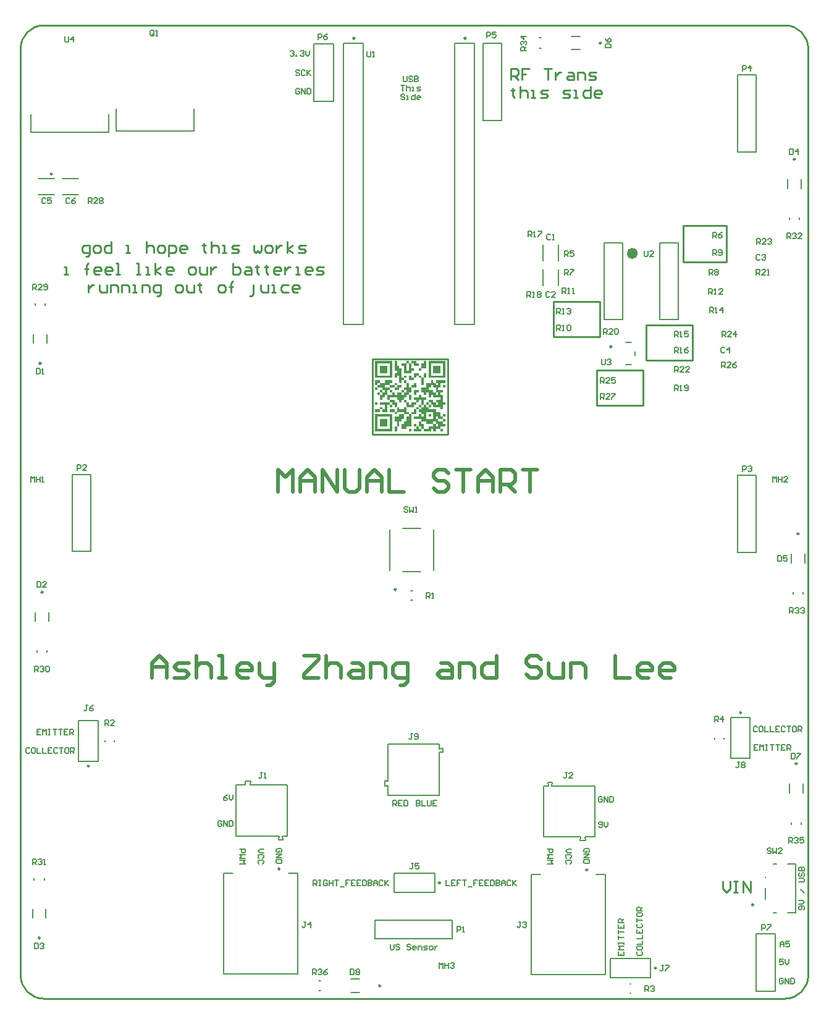
<source format=gbr>
G04*
G04 #@! TF.GenerationSoftware,Altium Limited,Altium Designer,22.4.2 (48)*
G04*
G04 Layer_Color=65535*
%FSLAX24Y24*%
%MOIN*%
G70*
G04*
G04 #@! TF.SameCoordinates,537B0F5E-1D9E-48F4-ADA7-34FC38263873*
G04*
G04*
G04 #@! TF.FilePolarity,Positive*
G04*
G01*
G75*
%ADD10C,0.0098*%
%ADD11C,0.0100*%
%ADD12C,0.0300*%
%ADD13C,0.0079*%
%ADD14C,0.0200*%
%ADD15C,0.0050*%
G36*
X30100Y43020D02*
X30229D01*
Y42885D01*
X29971D01*
Y43020D01*
X29842D01*
Y43143D01*
X30100D01*
Y43020D01*
D02*
G37*
G36*
X30623Y43085D02*
Y43078D01*
Y42762D01*
X30365D01*
Y43020D01*
X30494D01*
Y43143D01*
X30623D01*
Y43085D01*
D02*
G37*
G36*
X30365Y42626D02*
X30229D01*
Y42762D01*
X30365D01*
Y42626D01*
D02*
G37*
G36*
X29706Y43123D02*
Y43117D01*
Y43020D01*
X29842D01*
Y42762D01*
X29964D01*
Y42756D01*
X29971D01*
Y42626D01*
X29842D01*
Y42497D01*
X29448D01*
Y42885D01*
X29313D01*
Y43020D01*
X29571D01*
Y43007D01*
Y43001D01*
Y42626D01*
X29706D01*
Y43020D01*
X29571D01*
Y43143D01*
X29706D01*
Y43123D01*
D02*
G37*
G36*
X31668Y43136D02*
Y43130D01*
Y42239D01*
X30758D01*
Y43143D01*
X31668D01*
Y43136D01*
D02*
G37*
G36*
X30623Y42239D02*
X30494D01*
Y42246D01*
X30500D01*
Y42252D01*
X30494D01*
Y42497D01*
X30623D01*
Y42239D01*
D02*
G37*
G36*
X29571D02*
X29448D01*
Y42259D01*
Y42265D01*
Y42368D01*
X29571D01*
Y42239D01*
D02*
G37*
G36*
X28790D02*
X27880D01*
Y43143D01*
X28790D01*
Y42239D01*
D02*
G37*
G36*
X29054Y42885D02*
X29184D01*
Y42762D01*
X29313D01*
Y42239D01*
X29448D01*
Y42104D01*
X29571D01*
Y41975D01*
X29577D01*
Y41968D01*
X29590D01*
Y41975D01*
X29597D01*
Y41968D01*
X29706D01*
Y41710D01*
X29842D01*
Y41452D01*
X29713D01*
Y41445D01*
X29706D01*
Y41316D01*
X29842D01*
Y41200D01*
Y41194D01*
Y41058D01*
X29719D01*
Y41052D01*
X29713D01*
Y41058D01*
X29706D01*
Y41316D01*
X29577D01*
Y41310D01*
X29571D01*
Y41187D01*
X29448D01*
Y41058D01*
X29571D01*
Y40929D01*
X29706D01*
Y40794D01*
X29842D01*
Y40929D01*
X30100D01*
Y40794D01*
X29971D01*
Y40671D01*
X29964D01*
Y40665D01*
X29590D01*
Y40671D01*
X29584D01*
Y40665D01*
X29571D01*
Y40929D01*
X29448D01*
Y41058D01*
X29358D01*
Y41052D01*
X29351D01*
Y41058D01*
X29345D01*
Y41052D01*
X29338D01*
Y41058D01*
X29332D01*
Y41052D01*
X29313D01*
Y40929D01*
X29184D01*
Y41058D01*
X29171D01*
Y41052D01*
X29158D01*
Y41058D01*
X29087D01*
Y41052D01*
X29080D01*
Y41058D01*
X29074D01*
Y41052D01*
X29067D01*
Y41058D01*
X29054D01*
Y41187D01*
X28654D01*
Y41078D01*
X28661D01*
Y41071D01*
X28654D01*
Y41058D01*
X28648D01*
Y41052D01*
X28641D01*
Y41058D01*
X28532D01*
Y41316D01*
X28396D01*
Y41187D01*
X28261D01*
Y41052D01*
X28248D01*
Y41058D01*
X28241D01*
Y41052D01*
X28222D01*
Y41058D01*
X28164D01*
Y41052D01*
X28157D01*
Y41058D01*
X28151D01*
Y41052D01*
X28145D01*
Y41058D01*
X28138D01*
Y41316D01*
X28003D01*
Y41452D01*
X28138D01*
Y41316D01*
X28261D01*
Y41452D01*
X28138D01*
Y41581D01*
X28261D01*
Y41452D01*
X28396D01*
Y41568D01*
Y41575D01*
Y41581D01*
X28261D01*
Y41710D01*
X28003D01*
Y41846D01*
X27880D01*
Y41949D01*
Y41955D01*
Y42104D01*
X28138D01*
Y41975D01*
X28132D01*
Y41968D01*
X28009D01*
Y41975D01*
X28003D01*
Y41846D01*
X28138D01*
Y41968D01*
X28390D01*
Y41975D01*
X28396D01*
Y42104D01*
X28790D01*
Y41968D01*
X28667D01*
Y41975D01*
X28661D01*
Y41968D01*
X28654D01*
Y41865D01*
X28661D01*
Y41858D01*
X28654D01*
Y41846D01*
X28396D01*
Y41710D01*
X28654D01*
Y41587D01*
X28661D01*
Y41581D01*
X28790D01*
Y41452D01*
X28912D01*
Y41445D01*
X28919D01*
Y41316D01*
X29054D01*
Y41452D01*
X29313D01*
Y41316D01*
X29448D01*
Y41452D01*
X29313D01*
Y41581D01*
X29448D01*
Y41452D01*
X29571D01*
Y41581D01*
X29448D01*
Y41710D01*
X29571D01*
Y41968D01*
X29448D01*
Y42104D01*
X29313D01*
Y41975D01*
X29306D01*
Y41968D01*
X29190D01*
Y41975D01*
X29184D01*
Y42368D01*
X29054D01*
Y42239D01*
X28919D01*
Y42497D01*
X29048D01*
Y42504D01*
X29054D01*
Y42620D01*
X29048D01*
Y42626D01*
X28919D01*
Y42969D01*
Y42975D01*
Y43143D01*
X29054D01*
Y42885D01*
D02*
G37*
G36*
X31668Y41975D02*
X31662D01*
Y41968D01*
X31410D01*
Y41710D01*
X31281D01*
Y41581D01*
X31546D01*
Y41452D01*
X31417D01*
Y41445D01*
X31410D01*
Y41316D01*
X31546D01*
Y40929D01*
X31668D01*
Y40794D01*
X31546D01*
Y40535D01*
X31410D01*
Y40671D01*
X31404D01*
Y40665D01*
X31023D01*
Y40671D01*
X31016D01*
Y40794D01*
X30894D01*
Y40671D01*
X30887D01*
Y40665D01*
X30758D01*
Y40794D01*
X30623D01*
Y40929D01*
X30758D01*
Y40794D01*
X30887D01*
Y40800D01*
X30894D01*
Y40878D01*
Y40884D01*
Y40923D01*
X30887D01*
Y40929D01*
X30758D01*
Y41058D01*
X31010D01*
Y41052D01*
X31016D01*
Y40929D01*
X31152D01*
Y40794D01*
X31281D01*
Y40923D01*
X31275D01*
Y40929D01*
X31152D01*
Y41052D01*
X31165D01*
Y41058D01*
X31371D01*
Y41052D01*
X31391D01*
Y41058D01*
X31397D01*
Y41052D01*
X31410D01*
Y41187D01*
X31016D01*
Y41316D01*
X30894D01*
Y41310D01*
X30887D01*
Y41303D01*
X30894D01*
Y41194D01*
X30887D01*
Y41187D01*
X30758D01*
Y41445D01*
X30752D01*
Y41452D01*
X30623D01*
Y41316D01*
X30494D01*
Y41452D01*
X30365D01*
Y41710D01*
X30623D01*
Y41968D01*
X30887D01*
Y41975D01*
X30894D01*
Y42097D01*
X30887D01*
Y42104D01*
X31016D01*
Y41975D01*
X31023D01*
Y41968D01*
X31152D01*
Y41846D01*
X31281D01*
Y41968D01*
X31158D01*
Y41975D01*
X31152D01*
Y42104D01*
X31668D01*
Y41975D01*
D02*
G37*
G36*
X30229Y42368D02*
X30358D01*
Y42362D01*
X30365D01*
Y42239D01*
X30494D01*
Y41846D01*
X30365D01*
Y42130D01*
Y42136D01*
Y42239D01*
X30229D01*
Y42368D01*
X30106D01*
Y42362D01*
X30100D01*
Y42239D01*
X29971D01*
Y42110D01*
X29964D01*
Y42104D01*
X29706D01*
Y42110D01*
Y42117D01*
Y42362D01*
X29713D01*
Y42368D01*
X29835D01*
Y42362D01*
X29842D01*
Y42239D01*
X29964D01*
Y42246D01*
X29971D01*
Y42252D01*
X29964D01*
Y42259D01*
X29971D01*
Y42497D01*
X30229D01*
Y42368D01*
D02*
G37*
G36*
X31662Y41839D02*
X31668D01*
Y41710D01*
X31546D01*
Y41846D01*
X31662D01*
Y41839D01*
D02*
G37*
G36*
X30100Y41897D02*
Y41891D01*
Y41710D01*
X29842D01*
Y41846D01*
X29971D01*
Y41968D01*
X30094D01*
Y41975D01*
X30100D01*
Y41897D01*
D02*
G37*
G36*
X29054Y41852D02*
X29048D01*
Y41846D01*
X29313D01*
Y41710D01*
X29184D01*
Y41581D01*
X28919D01*
Y41697D01*
Y41704D01*
Y41710D01*
X28654D01*
Y41839D01*
X28661D01*
Y41846D01*
X28919D01*
Y41710D01*
X29054D01*
Y41839D01*
X29048D01*
Y41846D01*
X28919D01*
Y41968D01*
X29054D01*
Y41852D01*
D02*
G37*
G36*
X28003Y41581D02*
X27880D01*
Y41665D01*
Y41671D01*
Y41710D01*
X28003D01*
Y41581D01*
D02*
G37*
G36*
X30229Y41575D02*
Y41452D01*
X30106D01*
Y41445D01*
X30100D01*
Y41316D01*
X29971D01*
Y41581D01*
X30229D01*
Y41575D01*
D02*
G37*
G36*
X30365Y41187D02*
X30623D01*
Y41058D01*
X30610D01*
Y41052D01*
X30603D01*
Y41058D01*
X30532D01*
Y41052D01*
X30526D01*
Y41058D01*
X30519D01*
Y41052D01*
X30513D01*
Y41058D01*
X30500D01*
Y41052D01*
X30494D01*
Y40903D01*
Y40897D01*
Y40794D01*
X30623D01*
Y40671D01*
X30629D01*
Y40665D01*
X30758D01*
Y40535D01*
X31152D01*
Y40400D01*
X31410D01*
Y40142D01*
X31546D01*
Y40013D01*
X31668D01*
Y39877D01*
X31546D01*
Y40013D01*
X31281D01*
Y40135D01*
X31275D01*
Y40142D01*
X31152D01*
Y40013D01*
X31281D01*
Y39877D01*
X31546D01*
Y39742D01*
X31668D01*
Y39619D01*
X31410D01*
Y39483D01*
X31546D01*
Y39393D01*
Y39387D01*
Y39361D01*
X31410D01*
Y39483D01*
X31152D01*
Y39361D01*
X31016D01*
Y39483D01*
X30887D01*
Y39477D01*
X30894D01*
Y39361D01*
X30494D01*
Y39483D01*
X30365D01*
Y39619D01*
X30229D01*
Y39871D01*
Y39877D01*
X30365D01*
Y39742D01*
X30494D01*
Y39483D01*
X30758D01*
Y39619D01*
X31016D01*
Y39716D01*
Y39722D01*
Y39742D01*
X30629D01*
Y39748D01*
X30623D01*
Y39877D01*
X30365D01*
Y40013D01*
X29971D01*
Y40129D01*
X29964D01*
Y40135D01*
X29971D01*
Y40142D01*
X30229D01*
Y40271D01*
X30365D01*
Y40142D01*
X30494D01*
Y40271D01*
X30365D01*
Y40400D01*
X30229D01*
Y40535D01*
X30100D01*
Y40665D01*
X30106D01*
Y40671D01*
X30113D01*
Y40665D01*
X30229D01*
Y40535D01*
X30365D01*
Y40665D01*
X30229D01*
Y40794D01*
X30365D01*
Y40665D01*
X30494D01*
Y40794D01*
X30365D01*
Y41052D01*
X30358D01*
Y41058D01*
X30236D01*
Y41052D01*
X30229D01*
Y40929D01*
X30100D01*
Y41058D01*
X29977D01*
Y41052D01*
X29971D01*
Y41161D01*
X29964D01*
Y41168D01*
X29971D01*
Y41187D01*
X30229D01*
Y41316D01*
X30365D01*
Y41187D01*
D02*
G37*
G36*
X28912Y41052D02*
X28919D01*
Y40929D01*
X29048D01*
Y40923D01*
X29054D01*
Y40671D01*
X29048D01*
Y40665D01*
X28925D01*
Y40671D01*
X28919D01*
Y40794D01*
X28790D01*
Y40929D01*
X28654D01*
Y41052D01*
X28661D01*
Y41058D01*
X28667D01*
Y41052D01*
X28674D01*
Y41058D01*
X28680D01*
Y41052D01*
X28687D01*
Y41058D01*
X28912D01*
Y41052D01*
D02*
G37*
G36*
X28003Y40794D02*
X27880D01*
Y40929D01*
X28003D01*
Y40794D01*
D02*
G37*
G36*
X28654Y40916D02*
X28661D01*
Y40910D01*
X28654D01*
Y40903D01*
X28661D01*
Y40897D01*
X28654D01*
Y40813D01*
X28661D01*
Y40807D01*
X28654D01*
Y40794D01*
X28790D01*
Y40736D01*
Y40729D01*
Y40665D01*
X28661D01*
Y40671D01*
X28654D01*
Y40794D01*
X28532D01*
Y40400D01*
X28261D01*
Y40535D01*
X28138D01*
Y40665D01*
X28261D01*
Y40658D01*
Y40652D01*
Y40535D01*
X28396D01*
Y40794D01*
X28138D01*
Y40929D01*
X28654D01*
Y40916D01*
D02*
G37*
G36*
X28138Y40400D02*
X27880D01*
Y40535D01*
X28138D01*
Y40400D01*
D02*
G37*
G36*
X30100Y40271D02*
X29842D01*
Y40387D01*
Y40393D01*
Y40400D01*
X29964D01*
Y40406D01*
X29971D01*
Y40535D01*
X30100D01*
Y40271D01*
D02*
G37*
G36*
X28919Y40400D02*
X29048D01*
Y40393D01*
X29054D01*
Y40277D01*
X29048D01*
Y40271D01*
X28919D01*
Y40400D01*
X28661D01*
Y40406D01*
X28654D01*
Y40529D01*
X28661D01*
Y40535D01*
X28919D01*
Y40400D01*
D02*
G37*
G36*
X31668Y40142D02*
X31546D01*
Y40271D01*
X31668D01*
Y40142D01*
D02*
G37*
G36*
X29448Y40258D02*
Y40251D01*
Y40013D01*
X29313D01*
Y39877D01*
X29184D01*
Y39619D01*
X29054D01*
Y39877D01*
X28919D01*
Y40142D01*
X29184D01*
Y40271D01*
X29448D01*
Y40258D01*
D02*
G37*
G36*
X29184Y40535D02*
X29448D01*
Y40665D01*
X29571D01*
Y40400D01*
X29706D01*
Y40271D01*
X29842D01*
Y39619D01*
X29577D01*
Y39613D01*
X29571D01*
Y39483D01*
X29313D01*
Y39742D01*
X29442D01*
Y39748D01*
X29448D01*
Y39877D01*
X29571D01*
Y40135D01*
X29577D01*
Y40142D01*
X29706D01*
Y40271D01*
X29448D01*
Y40400D01*
X29048D01*
Y40406D01*
X29054D01*
Y40665D01*
X29177D01*
Y40671D01*
X29184D01*
Y40535D01*
D02*
G37*
G36*
X29977Y39742D02*
X30100D01*
Y39619D01*
X30229D01*
Y39483D01*
X30365D01*
Y39361D01*
X29964D01*
Y39367D01*
X29971D01*
Y39483D01*
X30100D01*
Y39619D01*
X29964D01*
Y39625D01*
X29971D01*
Y39632D01*
X29964D01*
Y39638D01*
X29971D01*
Y39748D01*
X29977D01*
Y39742D01*
D02*
G37*
G36*
X29842Y39361D02*
X29706D01*
Y39374D01*
Y39380D01*
Y39483D01*
X29842D01*
Y39361D01*
D02*
G37*
G36*
X29048Y39613D02*
X29054D01*
Y39361D01*
X28919D01*
Y39619D01*
X29048D01*
Y39613D01*
D02*
G37*
G36*
X28790Y39361D02*
X27880D01*
Y40271D01*
X28790D01*
Y39361D01*
D02*
G37*
%LPC*%
G36*
X31546Y43020D02*
X30887D01*
Y42368D01*
X31546D01*
Y43020D01*
D02*
G37*
%LPD*%
G36*
X31410Y42497D02*
X31016D01*
Y42891D01*
X31410D01*
Y42497D01*
D02*
G37*
%LPC*%
G36*
X28661Y43020D02*
X28003D01*
Y42368D01*
X28661D01*
Y43020D01*
D02*
G37*
%LPD*%
G36*
X28525Y42497D02*
X28138D01*
Y42504D01*
X28132D01*
Y42885D01*
X28138D01*
Y42891D01*
X28525D01*
Y42497D01*
D02*
G37*
%LPC*%
G36*
X28654Y41581D02*
X28532D01*
Y41316D01*
X28790D01*
Y41452D01*
X28654D01*
Y41581D01*
D02*
G37*
G36*
X31016Y41846D02*
X30894D01*
Y41839D01*
X30887D01*
Y41833D01*
X30894D01*
Y41717D01*
X30887D01*
Y41710D01*
X30758D01*
Y41581D01*
X31016D01*
Y41452D01*
X31152D01*
Y41316D01*
X31281D01*
Y41445D01*
X31275D01*
Y41452D01*
X31152D01*
Y41710D01*
X31016D01*
Y41846D01*
D02*
G37*
G36*
Y40400D02*
X30623D01*
Y40013D01*
X31016D01*
Y40400D01*
D02*
G37*
G36*
X31152Y39877D02*
X31016D01*
Y39742D01*
X31152D01*
Y39619D01*
X31281D01*
Y39742D01*
X31275D01*
Y39748D01*
X31268D01*
Y39742D01*
X31152D01*
Y39877D01*
D02*
G37*
%LPD*%
G36*
X30894Y40142D02*
X30758D01*
Y40271D01*
X30894D01*
Y40142D01*
D02*
G37*
%LPC*%
G36*
X28661D02*
X28003D01*
Y39483D01*
X28661D01*
Y39535D01*
Y39542D01*
Y40142D01*
D02*
G37*
%LPD*%
G36*
X28525Y39625D02*
X28532D01*
Y39619D01*
X28132D01*
Y40006D01*
X28138D01*
Y40013D01*
X28525D01*
Y39625D01*
D02*
G37*
D10*
X40078Y60300D02*
G03*
X40078Y60300I-49J0D01*
G01*
X26779Y60558D02*
G03*
X26779Y60558I-49J0D01*
G01*
X32779D02*
G03*
X32779Y60558I-49J0D01*
G01*
X50749Y33829D02*
G03*
X50749Y33829I-49J0D01*
G01*
X28178Y9450D02*
G03*
X28178Y9450I-49J0D01*
G01*
X50649Y21429D02*
G03*
X50649Y21429I-49J0D01*
G01*
X50549Y54029D02*
G03*
X50549Y54029I-49J0D01*
G01*
X9849Y43021D02*
G03*
X9849Y43021I-49J0D01*
G01*
X9949Y30679D02*
G03*
X9949Y30679I-49J0D01*
G01*
X9799Y12021D02*
G03*
X9799Y12021I-49J0D01*
G01*
X48289Y13824D02*
G03*
X48289Y13824I-49J0D01*
G01*
X40646Y43924D02*
G03*
X40646Y43924I-49J0D01*
G01*
X10449Y53242D02*
G03*
X10449Y53242I-49J0D01*
G01*
X29013Y30824D02*
G03*
X29013Y30824I-49J0D01*
G01*
X22743Y15753D02*
G03*
X22743Y15753I-49J0D01*
G01*
X39343Y15703D02*
G03*
X39343Y15703I-49J0D01*
G01*
X31398Y15000D02*
G03*
X31398Y15000I-49J0D01*
G01*
X47644Y24179D02*
G03*
X47644Y24179I-49J0D01*
G01*
X43048Y10400D02*
G03*
X43048Y10400I-49J0D01*
G01*
X12449Y21302D02*
G03*
X12449Y21302I-49J0D01*
G01*
D11*
X10000Y61250D02*
G03*
X8750Y60000I0J-1250D01*
G01*
X51250D02*
G03*
X50000Y61250I-1250J0D01*
G01*
Y8750D02*
G03*
X51250Y10000I0J1250D01*
G01*
X8750D02*
G03*
X10000Y8750I1250J0D01*
G01*
X39850Y40750D02*
X42350D01*
X39850Y42650D02*
X42350D01*
Y40750D02*
Y42650D01*
X39850Y40750D02*
Y42650D01*
X27750Y39200D02*
X31800D01*
X27750Y43250D02*
X31800D01*
Y39200D02*
Y43250D01*
X27750Y39200D02*
Y43250D01*
X37500Y44450D02*
X40000D01*
X37500Y46350D02*
X40000D01*
Y44450D02*
Y46350D01*
X37500Y44450D02*
Y46350D01*
X42500Y43200D02*
X45000D01*
X42500Y45100D02*
X45000D01*
Y43200D02*
Y45100D01*
X42500Y43200D02*
Y45100D01*
X44500Y48500D02*
X46850D01*
X44500Y50450D02*
X46850D01*
Y48500D02*
Y50450D01*
X44500Y48500D02*
Y50450D01*
X8750Y10000D02*
Y60000D01*
X51250Y10000D02*
Y60000D01*
X10000Y61250D02*
X50000D01*
X10000Y8750D02*
X50000D01*
X35200Y58310D02*
Y58910D01*
X35500D01*
X35600Y58810D01*
Y58610D01*
X35500Y58510D01*
X35200D01*
X35400D02*
X35600Y58310D01*
X36200Y58910D02*
X35800D01*
Y58610D01*
X36000D01*
X35800D01*
Y58310D01*
X36999Y58910D02*
X37399D01*
X37199D01*
Y58310D01*
X37599Y58710D02*
Y58310D01*
Y58510D01*
X37699Y58610D01*
X37799Y58710D01*
X37899D01*
X38299D02*
X38499D01*
X38599Y58610D01*
Y58310D01*
X38299D01*
X38199Y58410D01*
X38299Y58510D01*
X38599D01*
X38799Y58310D02*
Y58710D01*
X39099D01*
X39199Y58610D01*
Y58310D01*
X39399D02*
X39699D01*
X39799Y58410D01*
X39699Y58510D01*
X39499D01*
X39399Y58610D01*
X39499Y58710D01*
X39799D01*
X35300Y57850D02*
Y57750D01*
X35200D01*
X35400D01*
X35300D01*
Y57450D01*
X35400Y57350D01*
X35700Y57950D02*
Y57350D01*
Y57650D01*
X35800Y57750D01*
X36000D01*
X36100Y57650D01*
Y57350D01*
X36300D02*
X36500D01*
X36400D01*
Y57750D01*
X36300D01*
X36799Y57350D02*
X37099D01*
X37199Y57450D01*
X37099Y57550D01*
X36899D01*
X36799Y57650D01*
X36899Y57750D01*
X37199D01*
X37999Y57350D02*
X38299D01*
X38399Y57450D01*
X38299Y57550D01*
X38099D01*
X37999Y57650D01*
X38099Y57750D01*
X38399D01*
X38599Y57350D02*
X38799D01*
X38699D01*
Y57750D01*
X38599D01*
X39499Y57950D02*
Y57350D01*
X39199D01*
X39099Y57450D01*
Y57650D01*
X39199Y57750D01*
X39499D01*
X39998Y57350D02*
X39799D01*
X39699Y57450D01*
Y57650D01*
X39799Y57750D01*
X39998D01*
X40098Y57650D01*
Y57550D01*
X39699D01*
X46650Y15100D02*
Y14700D01*
X46850Y14500D01*
X47050Y14700D01*
Y15100D01*
X47250D02*
X47450D01*
X47350D01*
Y14500D01*
X47250D01*
X47450D01*
X47750D02*
Y15100D01*
X48150Y14500D01*
Y15100D01*
X12252Y48769D02*
X12352D01*
X12452Y48869D01*
Y49369D01*
X12152D01*
X12052Y49269D01*
Y49069D01*
X12152Y48969D01*
X12452D01*
X12752D02*
X12952D01*
X13052Y49069D01*
Y49269D01*
X12952Y49369D01*
X12752D01*
X12652Y49269D01*
Y49069D01*
X12752Y48969D01*
X13651Y49569D02*
Y48969D01*
X13352D01*
X13252Y49069D01*
Y49269D01*
X13352Y49369D01*
X13651D01*
X14451Y48969D02*
X14651D01*
X14551D01*
Y49369D01*
X14451D01*
X15551Y49569D02*
Y48969D01*
Y49269D01*
X15651Y49369D01*
X15851D01*
X15951Y49269D01*
Y48969D01*
X16251D02*
X16451D01*
X16551Y49069D01*
Y49269D01*
X16451Y49369D01*
X16251D01*
X16151Y49269D01*
Y49069D01*
X16251Y48969D01*
X16750Y48769D02*
Y49369D01*
X17050D01*
X17150Y49269D01*
Y49069D01*
X17050Y48969D01*
X16750D01*
X17650D02*
X17450D01*
X17350Y49069D01*
Y49269D01*
X17450Y49369D01*
X17650D01*
X17750Y49269D01*
Y49169D01*
X17350D01*
X18650Y49469D02*
Y49369D01*
X18550D01*
X18750D01*
X18650D01*
Y49069D01*
X18750Y48969D01*
X19050Y49569D02*
Y48969D01*
Y49269D01*
X19150Y49369D01*
X19350D01*
X19450Y49269D01*
Y48969D01*
X19649D02*
X19849D01*
X19749D01*
Y49369D01*
X19649D01*
X20149Y48969D02*
X20449D01*
X20549Y49069D01*
X20449Y49169D01*
X20249D01*
X20149Y49269D01*
X20249Y49369D01*
X20549D01*
X21349D02*
Y49069D01*
X21449Y48969D01*
X21549Y49069D01*
X21649Y48969D01*
X21749Y49069D01*
Y49369D01*
X22049Y48969D02*
X22249D01*
X22349Y49069D01*
Y49269D01*
X22249Y49369D01*
X22049D01*
X21949Y49269D01*
Y49069D01*
X22049Y48969D01*
X22549Y49369D02*
Y48969D01*
Y49169D01*
X22649Y49269D01*
X22748Y49369D01*
X22848D01*
X23148Y48969D02*
Y49569D01*
Y49169D02*
X23448Y49369D01*
X23148Y49169D02*
X23448Y48969D01*
X23748D02*
X24048D01*
X24148Y49069D01*
X24048Y49169D01*
X23848D01*
X23748Y49269D01*
X23848Y49369D01*
X24148D01*
X11102Y47810D02*
X11302D01*
X11202D01*
Y48210D01*
X11102D01*
X12302Y47810D02*
Y48310D01*
Y48110D01*
X12202D01*
X12402D01*
X12302D01*
Y48310D01*
X12402Y48410D01*
X13002Y47810D02*
X12802D01*
X12702Y47910D01*
Y48110D01*
X12802Y48210D01*
X13002D01*
X13102Y48110D01*
Y48010D01*
X12702D01*
X13601Y47810D02*
X13402D01*
X13302Y47910D01*
Y48110D01*
X13402Y48210D01*
X13601D01*
X13701Y48110D01*
Y48010D01*
X13302D01*
X13901Y47810D02*
X14101D01*
X14001D01*
Y48410D01*
X13901D01*
X15001Y47810D02*
X15201D01*
X15101D01*
Y48410D01*
X15001D01*
X15501Y47810D02*
X15701D01*
X15601D01*
Y48210D01*
X15501D01*
X16001Y47810D02*
Y48410D01*
Y48010D02*
X16301Y48210D01*
X16001Y48010D02*
X16301Y47810D01*
X16900D02*
X16700D01*
X16600Y47910D01*
Y48110D01*
X16700Y48210D01*
X16900D01*
X17000Y48110D01*
Y48010D01*
X16600D01*
X17900Y47810D02*
X18100D01*
X18200Y47910D01*
Y48110D01*
X18100Y48210D01*
X17900D01*
X17800Y48110D01*
Y47910D01*
X17900Y47810D01*
X18400Y48210D02*
Y47910D01*
X18500Y47810D01*
X18800D01*
Y48210D01*
X19000D02*
Y47810D01*
Y48010D01*
X19100Y48110D01*
X19200Y48210D01*
X19300D01*
X20199Y48410D02*
Y47810D01*
X20499D01*
X20599Y47910D01*
Y48010D01*
Y48110D01*
X20499Y48210D01*
X20199D01*
X20899D02*
X21099D01*
X21199Y48110D01*
Y47810D01*
X20899D01*
X20799Y47910D01*
X20899Y48010D01*
X21199D01*
X21499Y48310D02*
Y48210D01*
X21399D01*
X21599D01*
X21499D01*
Y47910D01*
X21599Y47810D01*
X21999Y48310D02*
Y48210D01*
X21899D01*
X22099D01*
X21999D01*
Y47910D01*
X22099Y47810D01*
X22699D02*
X22499D01*
X22399Y47910D01*
Y48110D01*
X22499Y48210D01*
X22699D01*
X22798Y48110D01*
Y48010D01*
X22399D01*
X22998Y48210D02*
Y47810D01*
Y48010D01*
X23098Y48110D01*
X23198Y48210D01*
X23298D01*
X23598Y47810D02*
X23798D01*
X23698D01*
Y48210D01*
X23598D01*
X24398Y47810D02*
X24198D01*
X24098Y47910D01*
Y48110D01*
X24198Y48210D01*
X24398D01*
X24498Y48110D01*
Y48010D01*
X24098D01*
X24698Y47810D02*
X24998D01*
X25098Y47910D01*
X24998Y48010D01*
X24798D01*
X24698Y48110D01*
X24798Y48210D01*
X25098D01*
X12402Y47250D02*
Y46850D01*
Y47050D01*
X12502Y47150D01*
X12602Y47250D01*
X12702D01*
X13002D02*
Y46950D01*
X13102Y46850D01*
X13402D01*
Y47250D01*
X13601Y46850D02*
Y47250D01*
X13901D01*
X14001Y47150D01*
Y46850D01*
X14201D02*
Y47250D01*
X14501D01*
X14601Y47150D01*
Y46850D01*
X14801D02*
X15001D01*
X14901D01*
Y47250D01*
X14801D01*
X15301Y46850D02*
Y47250D01*
X15601D01*
X15701Y47150D01*
Y46850D01*
X16101Y46650D02*
X16201D01*
X16301Y46750D01*
Y47250D01*
X16001D01*
X15901Y47150D01*
Y46950D01*
X16001Y46850D01*
X16301D01*
X17200D02*
X17400D01*
X17500Y46950D01*
Y47150D01*
X17400Y47250D01*
X17200D01*
X17100Y47150D01*
Y46950D01*
X17200Y46850D01*
X17700Y47250D02*
Y46950D01*
X17800Y46850D01*
X18100D01*
Y47250D01*
X18400Y47350D02*
Y47250D01*
X18300D01*
X18500D01*
X18400D01*
Y46950D01*
X18500Y46850D01*
X19500D02*
X19699D01*
X19799Y46950D01*
Y47150D01*
X19699Y47250D01*
X19500D01*
X19400Y47150D01*
Y46950D01*
X19500Y46850D01*
X20099D02*
Y47350D01*
Y47150D01*
X19999D01*
X20199D01*
X20099D01*
Y47350D01*
X20199Y47450D01*
X21099Y46650D02*
X21199D01*
X21299Y46750D01*
Y47250D01*
X21699D02*
Y46950D01*
X21799Y46850D01*
X22099D01*
Y47250D01*
X22299Y46850D02*
X22499D01*
X22399D01*
Y47250D01*
X22299D01*
X23198D02*
X22898D01*
X22798Y47150D01*
Y46950D01*
X22898Y46850D01*
X23198D01*
X23698D02*
X23498D01*
X23398Y46950D01*
Y47150D01*
X23498Y47250D01*
X23698D01*
X23798Y47150D01*
Y47050D01*
X23398D01*
D12*
X41900Y48950D02*
G03*
X41900Y48950I-150J0D01*
G01*
D13*
X38454Y60654D02*
X38946D01*
X38454Y59946D02*
X38946D01*
X36751Y60576D02*
X36849D01*
X36751Y60024D02*
X36849D01*
X26174Y45125D02*
X27226D01*
Y60275D01*
X26174D02*
X27226D01*
X26174Y45125D02*
Y60275D01*
X32174Y45125D02*
X33226D01*
Y60275D01*
X32174D02*
X33226D01*
X32174Y45125D02*
Y60275D01*
X10076Y46151D02*
Y46249D01*
X9524Y46151D02*
Y46249D01*
X10026Y15151D02*
Y15249D01*
X9474Y15151D02*
Y15249D01*
X50424Y30601D02*
Y30699D01*
X50976Y30601D02*
Y30699D01*
X50324Y18151D02*
Y18249D01*
X50876Y18151D02*
Y18249D01*
X50224Y50801D02*
Y50899D01*
X50776Y50801D02*
Y50899D01*
X9624Y27451D02*
Y27549D01*
X10176Y27451D02*
Y27549D01*
X24851Y9726D02*
X24949D01*
X24851Y9174D02*
X24949D01*
X50346Y32254D02*
Y32746D01*
X51054Y32254D02*
Y32746D01*
X26554Y9804D02*
X27046D01*
X26554Y9096D02*
X27046D01*
X50246Y19854D02*
Y20346D01*
X50954Y19854D02*
Y20346D01*
X50146Y52454D02*
Y52946D01*
X50854Y52454D02*
Y52946D01*
X10154Y44104D02*
Y44596D01*
X9446Y44104D02*
Y44596D01*
X9546Y29104D02*
Y29596D01*
X10254Y29104D02*
Y29596D01*
X10104Y13104D02*
Y13596D01*
X9396Y13104D02*
Y13596D01*
X49375Y13391D02*
X49525D01*
X50135D02*
X50552D01*
Y16028D01*
X49375D02*
X49525D01*
X50135D02*
X50552D01*
X48938Y15290D02*
Y15310D01*
Y14109D02*
Y14719D01*
X31339Y22056D02*
X31536Y22036D01*
X31339Y22233D02*
X31536Y22252D01*
X31536Y22036D02*
Y22252D01*
X28583Y22489D02*
X31339D01*
X28583Y19733D02*
Y20245D01*
Y19733D02*
X31339D01*
Y22233D02*
Y22489D01*
Y19733D02*
Y22056D01*
X28386Y20214D02*
Y20528D01*
Y20214D02*
X28583Y20245D01*
Y20500D02*
Y22489D01*
X28386Y20528D02*
X28584Y20501D01*
X47450Y58575D02*
X48450D01*
Y54425D02*
Y58575D01*
X47450Y54425D02*
X48450D01*
X47450D02*
Y58575D01*
X32025Y12000D02*
Y13000D01*
X27875Y12000D02*
X32025D01*
X27875D02*
Y13000D01*
X32025D01*
X43250Y45375D02*
X44250D01*
X43250D02*
Y49525D01*
X44250D01*
Y45375D02*
Y49525D01*
X40250Y45375D02*
X41250D01*
X40250D02*
Y49525D01*
X41250D01*
Y45375D02*
Y49525D01*
X37773Y47217D02*
Y48083D01*
X36927Y47217D02*
Y48083D01*
X37773Y48567D02*
Y49433D01*
X36927Y48567D02*
Y49433D01*
X41414Y42950D02*
X41709D01*
X41906Y43442D02*
Y43658D01*
X41414Y44150D02*
X41709D01*
X9300Y55500D02*
Y56464D01*
Y55500D02*
X13500D01*
Y56464D01*
X13900Y55564D02*
Y56752D01*
Y55564D02*
X18100D01*
Y56752D01*
X11017Y52973D02*
X11883D01*
X11017Y52127D02*
X11883D01*
X9717Y52973D02*
X10583D01*
X9717Y52127D02*
X10583D01*
X29811Y30254D02*
X29889D01*
X29811Y30746D02*
X29889D01*
X29368Y31769D02*
X30332D01*
X31031Y31838D02*
Y34062D01*
X29368Y34131D02*
X30332D01*
X28669Y31838D02*
Y34062D01*
X37405Y20228D02*
X37424Y20425D01*
X37209D02*
X37228Y20228D01*
X37208Y20425D02*
X37425D01*
X36972Y17472D02*
Y20228D01*
X39216Y17472D02*
X39728D01*
Y20228D01*
X36972D02*
X37228D01*
X37405D02*
X39728D01*
X38933Y17275D02*
X39247D01*
X39216Y17472D02*
X39247Y17275D01*
X36972Y17472D02*
X38960D01*
X38933Y17275D02*
X38960Y17473D01*
X22676Y17325D02*
X22695Y17522D01*
X22872D02*
X22891Y17325D01*
X22675Y17325D02*
X22892D01*
X23128Y17522D02*
Y20278D01*
X20372D02*
X20884D01*
X20372Y17522D02*
Y20278D01*
X22872Y17522D02*
X23128D01*
X20372D02*
X22695D01*
X20853Y20475D02*
X21167D01*
X20853D02*
X20884Y20278D01*
X21140D02*
X23128D01*
X21140Y20277D02*
X21167Y20475D01*
X19700Y10085D02*
Y15515D01*
Y10085D02*
X23700D01*
Y15515D01*
X23198D02*
X23700D01*
X19700D02*
X20202D01*
X36300Y10035D02*
Y15465D01*
Y10035D02*
X40300D01*
Y15465D01*
X39798D02*
X40300D01*
X36300D02*
X36802D01*
X31098Y14480D02*
Y15520D01*
X28902D02*
X31098D01*
X28902Y14480D02*
Y15520D01*
Y14480D02*
X31098D01*
X33700Y56125D02*
X34700D01*
X33700D02*
Y60275D01*
X34700D01*
Y56125D02*
Y60275D01*
X11550Y32875D02*
X12550D01*
X11550D02*
Y37025D01*
X12550D01*
Y32875D02*
Y37025D01*
X47450Y36975D02*
X48450D01*
Y32825D02*
Y36975D01*
X47450Y32825D02*
X48450D01*
X47450D02*
Y36975D01*
X48420Y12259D02*
X49480D01*
X48420Y9141D02*
Y12259D01*
Y9141D02*
X49480D01*
Y12259D01*
X24570Y60259D02*
X25630D01*
X24570Y57141D02*
Y60259D01*
Y57141D02*
X25630D01*
Y60259D01*
X47075Y23929D02*
X48115D01*
X47075Y21732D02*
Y23929D01*
Y21732D02*
X48115D01*
Y23929D01*
X42748Y9880D02*
Y10920D01*
X40552D02*
X42748D01*
X40552Y9880D02*
Y10920D01*
Y9880D02*
X42748D01*
X11880Y21552D02*
X12920D01*
Y23748D01*
X11880D02*
X12920D01*
X11880Y21552D02*
Y23748D01*
X46691Y22752D02*
Y22809D01*
X46199Y22752D02*
Y22809D01*
X41621Y9546D02*
X41679D01*
X41621Y9054D02*
X41679D01*
X13796Y22621D02*
Y22679D01*
X13304Y22621D02*
Y22679D01*
D14*
X22650Y36100D02*
Y37300D01*
X23050Y36900D01*
X23450Y37300D01*
Y36100D01*
X23850D02*
Y36900D01*
X24249Y37300D01*
X24649Y36900D01*
Y36100D01*
Y36700D01*
X23850D01*
X25049Y36100D02*
Y37300D01*
X25849Y36100D01*
Y37300D01*
X26249D02*
Y36300D01*
X26449Y36100D01*
X26849D01*
X27049Y36300D01*
Y37300D01*
X27448Y36100D02*
Y36900D01*
X27848Y37300D01*
X28248Y36900D01*
Y36100D01*
Y36700D01*
X27448D01*
X28648Y37300D02*
Y36100D01*
X29448D01*
X31847Y37100D02*
X31647Y37300D01*
X31247D01*
X31047Y37100D01*
Y36900D01*
X31247Y36700D01*
X31647D01*
X31847Y36500D01*
Y36300D01*
X31647Y36100D01*
X31247D01*
X31047Y36300D01*
X32247Y37300D02*
X33047D01*
X32647D01*
Y36100D01*
X33447D02*
Y36900D01*
X33846Y37300D01*
X34246Y36900D01*
Y36100D01*
Y36700D01*
X33447D01*
X34646Y36100D02*
Y37300D01*
X35246D01*
X35446Y37100D01*
Y36700D01*
X35246Y36500D01*
X34646D01*
X35046D02*
X35446Y36100D01*
X35846Y37300D02*
X36645D01*
X36246D01*
Y36100D01*
X15850Y26050D02*
Y26850D01*
X16250Y27249D01*
X16650Y26850D01*
Y26050D01*
Y26650D01*
X15850D01*
X17050Y26050D02*
X17649D01*
X17849Y26250D01*
X17649Y26450D01*
X17250D01*
X17050Y26650D01*
X17250Y26850D01*
X17849D01*
X18249Y27249D02*
Y26050D01*
Y26650D01*
X18449Y26850D01*
X18849D01*
X19049Y26650D01*
Y26050D01*
X19449D02*
X19849D01*
X19649D01*
Y27249D01*
X19449D01*
X21048Y26050D02*
X20648D01*
X20449Y26250D01*
Y26650D01*
X20648Y26850D01*
X21048D01*
X21248Y26650D01*
Y26450D01*
X20449D01*
X21648Y26850D02*
Y26250D01*
X21848Y26050D01*
X22448D01*
Y25850D01*
X22248Y25650D01*
X22048D01*
X22448Y26050D02*
Y26850D01*
X24047Y27249D02*
X24847D01*
Y27050D01*
X24047Y26250D01*
Y26050D01*
X24847D01*
X25247Y27249D02*
Y26050D01*
Y26650D01*
X25447Y26850D01*
X25847D01*
X26047Y26650D01*
Y26050D01*
X26647Y26850D02*
X27046D01*
X27246Y26650D01*
Y26050D01*
X26647D01*
X26447Y26250D01*
X26647Y26450D01*
X27246D01*
X27646Y26050D02*
Y26850D01*
X28246D01*
X28446Y26650D01*
Y26050D01*
X29246Y25650D02*
X29446D01*
X29646Y25850D01*
Y26850D01*
X29046D01*
X28846Y26650D01*
Y26250D01*
X29046Y26050D01*
X29646D01*
X31445Y26850D02*
X31845D01*
X32045Y26650D01*
Y26050D01*
X31445D01*
X31245Y26250D01*
X31445Y26450D01*
X32045D01*
X32445Y26050D02*
Y26850D01*
X33044D01*
X33244Y26650D01*
Y26050D01*
X34444Y27249D02*
Y26050D01*
X33844D01*
X33644Y26250D01*
Y26650D01*
X33844Y26850D01*
X34444D01*
X36843Y27050D02*
X36643Y27249D01*
X36243D01*
X36043Y27050D01*
Y26850D01*
X36243Y26650D01*
X36643D01*
X36843Y26450D01*
Y26250D01*
X36643Y26050D01*
X36243D01*
X36043Y26250D01*
X37243Y26850D02*
Y26250D01*
X37443Y26050D01*
X38043D01*
Y26850D01*
X38443Y26050D02*
Y26850D01*
X39042D01*
X39242Y26650D01*
Y26050D01*
X40842Y27249D02*
Y26050D01*
X41642D01*
X42641D02*
X42241D01*
X42042Y26250D01*
Y26650D01*
X42241Y26850D01*
X42641D01*
X42841Y26650D01*
Y26450D01*
X42042D01*
X43841Y26050D02*
X43441D01*
X43241Y26250D01*
Y26650D01*
X43441Y26850D01*
X43841D01*
X44041Y26650D01*
Y26450D01*
X43241D01*
D15*
X40119Y19616D02*
X40069Y19666D01*
X39969D01*
X39919Y19616D01*
Y19416D01*
X39969Y19366D01*
X40069D01*
X40119Y19416D01*
Y19516D01*
X40019D01*
X40219Y19366D02*
Y19666D01*
X40419Y19366D01*
Y19666D01*
X40519D02*
Y19366D01*
X40669D01*
X40719Y19416D01*
Y19616D01*
X40669Y19666D01*
X40519D01*
X37154Y16828D02*
X37454D01*
Y16678D01*
X37404Y16628D01*
X37304D01*
X37254Y16678D01*
Y16828D01*
X37454Y16528D02*
X37154D01*
X37254Y16428D01*
X37154Y16328D01*
X37454D01*
X37154Y16228D02*
X37454D01*
X37354Y16128D01*
X37454Y16028D01*
X37154D01*
X39950Y18050D02*
X40000Y18000D01*
X40100D01*
X40150Y18050D01*
Y18250D01*
X40100Y18300D01*
X40000D01*
X39950Y18250D01*
Y18200D01*
X40000Y18150D01*
X40150D01*
X40250Y18300D02*
Y18100D01*
X40350Y18000D01*
X40450Y18100D01*
Y18300D01*
X23300Y59850D02*
X23350Y59900D01*
X23450D01*
X23500Y59850D01*
Y59800D01*
X23450Y59750D01*
X23400D01*
X23450D01*
X23500Y59700D01*
Y59650D01*
X23450Y59600D01*
X23350D01*
X23300Y59650D01*
X23600Y59600D02*
Y59650D01*
X23650D01*
Y59600D01*
X23600D01*
X23850Y59850D02*
X23900Y59900D01*
X24000D01*
X24050Y59850D01*
Y59800D01*
X24000Y59750D01*
X23950D01*
X24000D01*
X24050Y59700D01*
Y59650D01*
X24000Y59600D01*
X23900D01*
X23850Y59650D01*
X24150Y59900D02*
Y59700D01*
X24250Y59600D01*
X24350Y59700D01*
Y59900D01*
X49750Y11550D02*
Y11750D01*
X49850Y11850D01*
X49950Y11750D01*
Y11550D01*
Y11700D01*
X49750D01*
X50250Y11850D02*
X50050D01*
Y11700D01*
X50150Y11750D01*
X50200D01*
X50250Y11700D01*
Y11600D01*
X50200Y11550D01*
X50100D01*
X50050Y11600D01*
X19900Y19750D02*
X19800Y19700D01*
X19700Y19600D01*
Y19500D01*
X19750Y19450D01*
X19850D01*
X19900Y19500D01*
Y19550D01*
X19850Y19600D01*
X19700D01*
X20000Y19750D02*
Y19550D01*
X20100Y19450D01*
X20200Y19550D01*
Y19750D01*
X28850Y19150D02*
Y19450D01*
X29000D01*
X29050Y19400D01*
Y19300D01*
X29000Y19250D01*
X28850D01*
X28950D02*
X29050Y19150D01*
X29350Y19450D02*
X29150D01*
Y19150D01*
X29350D01*
X29150Y19300D02*
X29250D01*
X29450Y19450D02*
Y19150D01*
X29600D01*
X29650Y19200D01*
Y19400D01*
X29600Y19450D01*
X29450D01*
X22800Y16650D02*
X22850Y16700D01*
Y16800D01*
X22800Y16850D01*
X22600D01*
X22550Y16800D01*
Y16700D01*
X22600Y16650D01*
X22700D01*
Y16750D01*
X22550Y16550D02*
X22850D01*
X22550Y16350D01*
X22850D01*
Y16250D02*
X22550D01*
Y16100D01*
X22600Y16050D01*
X22800D01*
X22850Y16100D01*
Y16250D01*
X42050Y11300D02*
X42000Y11250D01*
Y11150D01*
X42050Y11100D01*
X42250D01*
X42300Y11150D01*
Y11250D01*
X42250Y11300D01*
X42000Y11550D02*
Y11450D01*
X42050Y11400D01*
X42250D01*
X42300Y11450D01*
Y11550D01*
X42250Y11600D01*
X42050D01*
X42000Y11550D01*
Y11700D02*
X42300D01*
Y11900D01*
X42000Y12000D02*
X42300D01*
Y12200D01*
X42000Y12500D02*
Y12300D01*
X42300D01*
Y12500D01*
X42150Y12300D02*
Y12400D01*
X42050Y12799D02*
X42000Y12749D01*
Y12650D01*
X42050Y12600D01*
X42250D01*
X42300Y12650D01*
Y12749D01*
X42250Y12799D01*
X42000Y12899D02*
Y13099D01*
Y12999D01*
X42300D01*
X42000Y13349D02*
Y13249D01*
X42050Y13199D01*
X42250D01*
X42300Y13249D01*
Y13349D01*
X42250Y13399D01*
X42050D01*
X42000Y13349D01*
X42300Y13499D02*
X42000D01*
Y13649D01*
X42050Y13699D01*
X42150D01*
X42200Y13649D01*
Y13499D01*
Y13599D02*
X42300Y13699D01*
X31700Y15150D02*
Y14850D01*
X31900D01*
X32200Y15150D02*
X32000D01*
Y14850D01*
X32200D01*
X32000Y15000D02*
X32100D01*
X32500Y15150D02*
X32300D01*
Y15000D01*
X32400D01*
X32300D01*
Y14850D01*
X32600Y15150D02*
X32800D01*
X32700D01*
Y14850D01*
X32900Y14800D02*
X33100D01*
X33399Y15150D02*
X33200D01*
Y15000D01*
X33299D01*
X33200D01*
Y14850D01*
X33699Y15150D02*
X33499D01*
Y14850D01*
X33699D01*
X33499Y15000D02*
X33599D01*
X33999Y15150D02*
X33799D01*
Y14850D01*
X33999D01*
X33799Y15000D02*
X33899D01*
X34099Y15150D02*
Y14850D01*
X34249D01*
X34299Y14900D01*
Y15100D01*
X34249Y15150D01*
X34099D01*
X34399D02*
Y14850D01*
X34549D01*
X34599Y14900D01*
Y14950D01*
X34549Y15000D01*
X34399D01*
X34549D01*
X34599Y15050D01*
Y15100D01*
X34549Y15150D01*
X34399D01*
X34699Y14850D02*
Y15050D01*
X34799Y15150D01*
X34899Y15050D01*
Y14850D01*
Y15000D01*
X34699D01*
X35199Y15100D02*
X35149Y15150D01*
X35049D01*
X34999Y15100D01*
Y14900D01*
X35049Y14850D01*
X35149D01*
X35199Y14900D01*
X35299Y15150D02*
Y14850D01*
Y14950D01*
X35499Y15150D01*
X35349Y15000D01*
X35499Y14850D01*
X41000Y11300D02*
Y11100D01*
X41300D01*
Y11300D01*
X41150Y11100D02*
Y11200D01*
X41300Y11400D02*
X41000D01*
X41100Y11500D01*
X41000Y11600D01*
X41300D01*
X41000Y11700D02*
Y11800D01*
Y11750D01*
X41300D01*
Y11700D01*
Y11800D01*
X41000Y11950D02*
Y12150D01*
Y12050D01*
X41300D01*
X41000Y12250D02*
Y12450D01*
Y12350D01*
X41300D01*
X41000Y12749D02*
Y12550D01*
X41300D01*
Y12749D01*
X41150Y12550D02*
Y12650D01*
X41300Y12849D02*
X41000D01*
Y12999D01*
X41050Y13049D01*
X41150D01*
X41200Y12999D01*
Y12849D01*
Y12949D02*
X41300Y13049D01*
X23800Y58800D02*
X23750Y58850D01*
X23650D01*
X23600Y58800D01*
Y58750D01*
X23650Y58700D01*
X23750D01*
X23800Y58650D01*
Y58600D01*
X23750Y58550D01*
X23650D01*
X23600Y58600D01*
X24100Y58800D02*
X24050Y58850D01*
X23950D01*
X23900Y58800D01*
Y58600D01*
X23950Y58550D01*
X24050D01*
X24100Y58600D01*
X24200Y58850D02*
Y58550D01*
Y58650D01*
X24400Y58850D01*
X24250Y58700D01*
X24400Y58550D01*
X49896Y10874D02*
X49696D01*
Y10724D01*
X49796Y10774D01*
X49846D01*
X49896Y10724D01*
Y10624D01*
X49846Y10574D01*
X49746D01*
X49696Y10624D01*
X49996Y10874D02*
Y10674D01*
X50096Y10574D01*
X50196Y10674D01*
Y10874D01*
X28700Y11700D02*
Y11450D01*
X28750Y11400D01*
X28850D01*
X28900Y11450D01*
Y11700D01*
X29200Y11650D02*
X29150Y11700D01*
X29050D01*
X29000Y11650D01*
Y11600D01*
X29050Y11550D01*
X29150D01*
X29200Y11500D01*
Y11450D01*
X29150Y11400D01*
X29050D01*
X29000Y11450D01*
X29800Y11650D02*
X29750Y11700D01*
X29650D01*
X29600Y11650D01*
Y11600D01*
X29650Y11550D01*
X29750D01*
X29800Y11500D01*
Y11450D01*
X29750Y11400D01*
X29650D01*
X29600Y11450D01*
X30050Y11400D02*
X29950D01*
X29900Y11450D01*
Y11550D01*
X29950Y11600D01*
X30050D01*
X30100Y11550D01*
Y11500D01*
X29900D01*
X30200Y11400D02*
Y11600D01*
X30349D01*
X30399Y11550D01*
Y11400D01*
X30499D02*
X30649D01*
X30699Y11450D01*
X30649Y11500D01*
X30549D01*
X30499Y11550D01*
X30549Y11600D01*
X30699D01*
X30849Y11400D02*
X30949D01*
X30999Y11450D01*
Y11550D01*
X30949Y11600D01*
X30849D01*
X30799Y11550D01*
Y11450D01*
X30849Y11400D01*
X31099Y11600D02*
Y11400D01*
Y11500D01*
X31149Y11550D01*
X31199Y11600D01*
X31249D01*
X30100Y19450D02*
Y19150D01*
X30250D01*
X30300Y19200D01*
Y19250D01*
X30250Y19300D01*
X30100D01*
X30250D01*
X30300Y19350D01*
Y19400D01*
X30250Y19450D01*
X30100D01*
X30400D02*
Y19150D01*
X30600D01*
X30700Y19450D02*
Y19200D01*
X30750Y19150D01*
X30850D01*
X30900Y19200D01*
Y19450D01*
X31200D02*
X31000D01*
Y19150D01*
X31200D01*
X31000Y19300D02*
X31100D01*
X49900Y9810D02*
X49850Y9860D01*
X49750D01*
X49700Y9810D01*
Y9610D01*
X49750Y9560D01*
X49850D01*
X49900Y9610D01*
Y9710D01*
X49800D01*
X50000Y9560D02*
Y9860D01*
X50200Y9560D01*
Y9860D01*
X50300D02*
Y9560D01*
X50450D01*
X50500Y9610D01*
Y9810D01*
X50450Y9860D01*
X50300D01*
X23800Y57800D02*
X23750Y57850D01*
X23650D01*
X23600Y57800D01*
Y57600D01*
X23650Y57550D01*
X23750D01*
X23800Y57600D01*
Y57700D01*
X23700D01*
X23900Y57550D02*
Y57850D01*
X24100Y57550D01*
Y57850D01*
X24200D02*
Y57550D01*
X24350D01*
X24400Y57600D01*
Y57800D01*
X24350Y57850D01*
X24200D01*
X38455Y16834D02*
X38255D01*
X38155Y16734D01*
X38255Y16634D01*
X38455D01*
X38405Y16334D02*
X38455Y16384D01*
Y16484D01*
X38405Y16534D01*
X38205D01*
X38155Y16484D01*
Y16384D01*
X38205Y16334D01*
X38405Y16034D02*
X38455Y16084D01*
Y16184D01*
X38405Y16234D01*
X38205D01*
X38155Y16184D01*
Y16084D01*
X38205Y16034D01*
X20554Y16828D02*
X20854D01*
Y16678D01*
X20804Y16628D01*
X20704D01*
X20654Y16678D01*
Y16828D01*
X20854Y16528D02*
X20554D01*
X20654Y16428D01*
X20554Y16328D01*
X20854D01*
X20554Y16228D02*
X20854D01*
X20754Y16128D01*
X20854Y16028D01*
X20554D01*
X9250Y22250D02*
X9200Y22300D01*
X9100D01*
X9050Y22250D01*
Y22050D01*
X9100Y22000D01*
X9200D01*
X9250Y22050D01*
X9500Y22300D02*
X9400D01*
X9350Y22250D01*
Y22050D01*
X9400Y22000D01*
X9500D01*
X9550Y22050D01*
Y22250D01*
X9500Y22300D01*
X9650D02*
Y22000D01*
X9850D01*
X9950Y22300D02*
Y22000D01*
X10150D01*
X10450Y22300D02*
X10250D01*
Y22000D01*
X10450D01*
X10250Y22150D02*
X10350D01*
X10749Y22250D02*
X10699Y22300D01*
X10599D01*
X10550Y22250D01*
Y22050D01*
X10599Y22000D01*
X10699D01*
X10749Y22050D01*
X10849Y22300D02*
X11049D01*
X10949D01*
Y22000D01*
X11299Y22300D02*
X11199D01*
X11149Y22250D01*
Y22050D01*
X11199Y22000D01*
X11299D01*
X11349Y22050D01*
Y22250D01*
X11299Y22300D01*
X11449Y22000D02*
Y22300D01*
X11599D01*
X11649Y22250D01*
Y22150D01*
X11599Y22100D01*
X11449D01*
X11549D02*
X11649Y22000D01*
X51000Y13550D02*
X51050Y13600D01*
Y13700D01*
X51000Y13750D01*
X50800D01*
X50750Y13700D01*
Y13600D01*
X50800Y13550D01*
X50850D01*
X50900Y13600D01*
Y13750D01*
X50750Y13850D02*
X50950D01*
X51050Y13950D01*
X50950Y14050D01*
X50750D01*
X51050Y14450D02*
X50850Y14650D01*
X50750Y15050D02*
X51000D01*
X51050Y15100D01*
Y15199D01*
X51000Y15249D01*
X50750D01*
X50800Y15549D02*
X50750Y15499D01*
Y15399D01*
X50800Y15349D01*
X50850D01*
X50900Y15399D01*
Y15499D01*
X50950Y15549D01*
X51000D01*
X51050Y15499D01*
Y15399D01*
X51000Y15349D01*
X50750Y15649D02*
X51050D01*
Y15799D01*
X51000Y15849D01*
X50950D01*
X50900Y15799D01*
Y15649D01*
Y15799D01*
X50850Y15849D01*
X50800D01*
X50750Y15799D01*
Y15649D01*
X39400Y16650D02*
X39450Y16700D01*
Y16800D01*
X39400Y16850D01*
X39200D01*
X39150Y16800D01*
Y16700D01*
X39200Y16650D01*
X39300D01*
Y16750D01*
X39150Y16550D02*
X39450D01*
X39150Y16350D01*
X39450D01*
Y16250D02*
X39150D01*
Y16100D01*
X39200Y16050D01*
X39400D01*
X39450Y16100D01*
Y16250D01*
X9850Y23300D02*
X9650D01*
Y23000D01*
X9850D01*
X9650Y23150D02*
X9750D01*
X9950Y23000D02*
Y23300D01*
X10050Y23200D01*
X10150Y23300D01*
Y23000D01*
X10250Y23300D02*
X10350D01*
X10300D01*
Y23000D01*
X10250D01*
X10350D01*
X10500Y23300D02*
X10700D01*
X10600D01*
Y23000D01*
X10800Y23300D02*
X11000D01*
X10900D01*
Y23000D01*
X11299Y23300D02*
X11100D01*
Y23000D01*
X11299D01*
X11100Y23150D02*
X11200D01*
X11399Y23000D02*
Y23300D01*
X11549D01*
X11599Y23250D01*
Y23150D01*
X11549Y23100D01*
X11399D01*
X11499D02*
X11599Y23000D01*
X48500Y23400D02*
X48450Y23450D01*
X48350D01*
X48300Y23400D01*
Y23200D01*
X48350Y23150D01*
X48450D01*
X48500Y23200D01*
X48750Y23450D02*
X48650D01*
X48600Y23400D01*
Y23200D01*
X48650Y23150D01*
X48750D01*
X48800Y23200D01*
Y23400D01*
X48750Y23450D01*
X48900D02*
Y23150D01*
X49100D01*
X49200Y23450D02*
Y23150D01*
X49400D01*
X49700Y23450D02*
X49500D01*
Y23150D01*
X49700D01*
X49500Y23300D02*
X49600D01*
X49999Y23400D02*
X49949Y23450D01*
X49850D01*
X49800Y23400D01*
Y23200D01*
X49850Y23150D01*
X49949D01*
X49999Y23200D01*
X50099Y23450D02*
X50299D01*
X50199D01*
Y23150D01*
X50549Y23450D02*
X50449D01*
X50399Y23400D01*
Y23200D01*
X50449Y23150D01*
X50549D01*
X50599Y23200D01*
Y23400D01*
X50549Y23450D01*
X50699Y23150D02*
Y23450D01*
X50849D01*
X50899Y23400D01*
Y23300D01*
X50849Y23250D01*
X50699D01*
X50799D02*
X50899Y23150D01*
X48550Y22450D02*
X48350D01*
Y22150D01*
X48550D01*
X48350Y22300D02*
X48450D01*
X48650Y22150D02*
Y22450D01*
X48750Y22350D01*
X48850Y22450D01*
Y22150D01*
X48950Y22450D02*
X49050D01*
X49000D01*
Y22150D01*
X48950D01*
X49050D01*
X49200Y22450D02*
X49400D01*
X49300D01*
Y22150D01*
X49500Y22450D02*
X49700D01*
X49600D01*
Y22150D01*
X49999Y22450D02*
X49800D01*
Y22150D01*
X49999D01*
X49800Y22300D02*
X49900D01*
X50099Y22150D02*
Y22450D01*
X50249D01*
X50299Y22400D01*
Y22300D01*
X50249Y22250D01*
X50099D01*
X50199D02*
X50299Y22150D01*
X24550Y14850D02*
Y15150D01*
X24700D01*
X24750Y15100D01*
Y15000D01*
X24700Y14950D01*
X24550D01*
X24650D02*
X24750Y14850D01*
X24850Y15150D02*
X24950D01*
X24900D01*
Y14850D01*
X24850D01*
X24950D01*
X25300Y15100D02*
X25250Y15150D01*
X25150D01*
X25100Y15100D01*
Y14900D01*
X25150Y14850D01*
X25250D01*
X25300Y14900D01*
Y15000D01*
X25200D01*
X25400Y15150D02*
Y14850D01*
Y15000D01*
X25600D01*
Y15150D01*
Y14850D01*
X25700Y15150D02*
X25900D01*
X25800D01*
Y14850D01*
X26000Y14800D02*
X26199D01*
X26499Y15150D02*
X26299D01*
Y15000D01*
X26399D01*
X26299D01*
Y14850D01*
X26799Y15150D02*
X26599D01*
Y14850D01*
X26799D01*
X26599Y15000D02*
X26699D01*
X27099Y15150D02*
X26899D01*
Y14850D01*
X27099D01*
X26899Y15000D02*
X26999D01*
X27199Y15150D02*
Y14850D01*
X27349D01*
X27399Y14900D01*
Y15100D01*
X27349Y15150D01*
X27199D01*
X27499D02*
Y14850D01*
X27649D01*
X27699Y14900D01*
Y14950D01*
X27649Y15000D01*
X27499D01*
X27649D01*
X27699Y15050D01*
Y15100D01*
X27649Y15150D01*
X27499D01*
X27799Y14850D02*
Y15050D01*
X27899Y15150D01*
X27999Y15050D01*
Y14850D01*
Y15000D01*
X27799D01*
X28299Y15100D02*
X28249Y15150D01*
X28149D01*
X28099Y15100D01*
Y14900D01*
X28149Y14850D01*
X28249D01*
X28299Y14900D01*
X28399Y15150D02*
Y14850D01*
Y14950D01*
X28599Y15150D01*
X28449Y15000D01*
X28599Y14850D01*
X21855Y16834D02*
X21655D01*
X21555Y16734D01*
X21655Y16634D01*
X21855D01*
X21805Y16334D02*
X21855Y16384D01*
Y16484D01*
X21805Y16534D01*
X21605D01*
X21555Y16484D01*
Y16384D01*
X21605Y16334D01*
X21805Y16034D02*
X21855Y16084D01*
Y16184D01*
X21805Y16234D01*
X21605D01*
X21555Y16184D01*
Y16084D01*
X21605Y16034D01*
X29400Y58510D02*
Y58260D01*
X29450Y58210D01*
X29550D01*
X29600Y58260D01*
Y58510D01*
X29900Y58460D02*
X29850Y58510D01*
X29750D01*
X29700Y58460D01*
Y58410D01*
X29750Y58360D01*
X29850D01*
X29900Y58310D01*
Y58260D01*
X29850Y58210D01*
X29750D01*
X29700Y58260D01*
X30000Y58510D02*
Y58210D01*
X30150D01*
X30200Y58260D01*
Y58310D01*
X30150Y58360D01*
X30000D01*
X30150D01*
X30200Y58410D01*
Y58460D01*
X30150Y58510D01*
X30000D01*
X29275Y58030D02*
X29475D01*
X29375D01*
Y57730D01*
X29575Y58030D02*
Y57730D01*
Y57880D01*
X29625Y57930D01*
X29725D01*
X29775Y57880D01*
Y57730D01*
X29875D02*
X29975D01*
X29925D01*
Y57930D01*
X29875D01*
X30125Y57730D02*
X30275D01*
X30325Y57780D01*
X30275Y57830D01*
X30175D01*
X30125Y57880D01*
X30175Y57930D01*
X30325D01*
X29475Y57500D02*
X29425Y57550D01*
X29325D01*
X29275Y57500D01*
Y57450D01*
X29325Y57400D01*
X29425D01*
X29475Y57350D01*
Y57300D01*
X29425Y57250D01*
X29325D01*
X29275Y57300D01*
X29575Y57250D02*
X29675D01*
X29625D01*
Y57450D01*
X29575D01*
X30025Y57550D02*
Y57250D01*
X29875D01*
X29825Y57300D01*
Y57400D01*
X29875Y57450D01*
X30025D01*
X30275Y57250D02*
X30175D01*
X30125Y57300D01*
Y57400D01*
X30175Y57450D01*
X30275D01*
X30325Y57400D01*
Y57350D01*
X30125D01*
X19600Y18300D02*
X19550Y18350D01*
X19450D01*
X19400Y18300D01*
Y18100D01*
X19450Y18050D01*
X19550D01*
X19600Y18100D01*
Y18200D01*
X19500D01*
X19700Y18050D02*
Y18350D01*
X19900Y18050D01*
Y18350D01*
X20000D02*
Y18050D01*
X20150D01*
X20200Y18100D01*
Y18300D01*
X20150Y18350D01*
X20000D01*
X31350Y10400D02*
Y10700D01*
X31450Y10600D01*
X31550Y10700D01*
Y10400D01*
X31650Y10700D02*
Y10400D01*
Y10550D01*
X31850D01*
Y10700D01*
Y10400D01*
X31950Y10650D02*
X32000Y10700D01*
X32100D01*
X32150Y10650D01*
Y10600D01*
X32100Y10550D01*
X32050D01*
X32100D01*
X32150Y10500D01*
Y10450D01*
X32100Y10400D01*
X32000D01*
X31950Y10450D01*
X49335Y36615D02*
Y36915D01*
X49435Y36815D01*
X49535Y36915D01*
Y36615D01*
X49635Y36915D02*
Y36615D01*
Y36765D01*
X49835D01*
Y36915D01*
Y36615D01*
X50135D02*
X49935D01*
X50135Y36815D01*
Y36865D01*
X50085Y36915D01*
X49985D01*
X49935Y36865D01*
X9285Y36615D02*
Y36915D01*
X9385Y36815D01*
X9485Y36915D01*
Y36615D01*
X9585Y36915D02*
Y36615D01*
Y36765D01*
X9785D01*
Y36915D01*
Y36615D01*
X9885D02*
X9985D01*
X9935D01*
Y36915D01*
X9885Y36865D01*
X11150Y60650D02*
Y60400D01*
X11200Y60350D01*
X11300D01*
X11350Y60400D01*
Y60650D01*
X11600Y60350D02*
Y60650D01*
X11450Y60500D01*
X11650D01*
X40100Y43250D02*
Y43000D01*
X40150Y42950D01*
X40250D01*
X40300Y43000D01*
Y43250D01*
X40400Y43200D02*
X40450Y43250D01*
X40550D01*
X40600Y43200D01*
Y43150D01*
X40550Y43100D01*
X40500D01*
X40550D01*
X40600Y43050D01*
Y43000D01*
X40550Y42950D01*
X40450D01*
X40400Y43000D01*
X42400Y49100D02*
Y48850D01*
X42450Y48800D01*
X42550D01*
X42600Y48850D01*
Y49100D01*
X42900Y48800D02*
X42700D01*
X42900Y49000D01*
Y49050D01*
X42850Y49100D01*
X42750D01*
X42700Y49050D01*
X27450Y59850D02*
Y59600D01*
X27500Y59550D01*
X27600D01*
X27650Y59600D01*
Y59850D01*
X27750Y59550D02*
X27850D01*
X27800D01*
Y59850D01*
X27750Y59800D01*
X49250Y16819D02*
X49200Y16869D01*
X49100D01*
X49050Y16819D01*
Y16769D01*
X49100Y16719D01*
X49200D01*
X49250Y16669D01*
Y16619D01*
X49200Y16569D01*
X49100D01*
X49050Y16619D01*
X49350Y16869D02*
Y16569D01*
X49450Y16669D01*
X49550Y16569D01*
Y16869D01*
X49850Y16569D02*
X49650D01*
X49850Y16769D01*
Y16819D01*
X49800Y16869D01*
X49700D01*
X49650Y16819D01*
X29650Y35250D02*
X29600Y35300D01*
X29500D01*
X29450Y35250D01*
Y35200D01*
X29500Y35150D01*
X29600D01*
X29650Y35100D01*
Y35050D01*
X29600Y35000D01*
X29500D01*
X29450Y35050D01*
X29750Y35300D02*
Y35000D01*
X29850Y35100D01*
X29950Y35000D01*
Y35300D01*
X30050Y35000D02*
X30150D01*
X30100D01*
Y35300D01*
X30050Y35250D01*
X24500Y10050D02*
Y10350D01*
X24650D01*
X24700Y10300D01*
Y10200D01*
X24650Y10150D01*
X24500D01*
X24600D02*
X24700Y10050D01*
X24800Y10300D02*
X24850Y10350D01*
X24950D01*
X25000Y10300D01*
Y10250D01*
X24950Y10200D01*
X24900D01*
X24950D01*
X25000Y10150D01*
Y10100D01*
X24950Y10050D01*
X24850D01*
X24800Y10100D01*
X25300Y10350D02*
X25200Y10300D01*
X25100Y10200D01*
Y10100D01*
X25150Y10050D01*
X25250D01*
X25300Y10100D01*
Y10150D01*
X25250Y10200D01*
X25100D01*
X50200Y17150D02*
Y17450D01*
X50350D01*
X50400Y17400D01*
Y17300D01*
X50350Y17250D01*
X50200D01*
X50300D02*
X50400Y17150D01*
X50500Y17400D02*
X50550Y17450D01*
X50650D01*
X50700Y17400D01*
Y17350D01*
X50650Y17300D01*
X50600D01*
X50650D01*
X50700Y17250D01*
Y17200D01*
X50650Y17150D01*
X50550D01*
X50500Y17200D01*
X51000Y17450D02*
X50800D01*
Y17300D01*
X50900Y17350D01*
X50950D01*
X51000Y17300D01*
Y17200D01*
X50950Y17150D01*
X50850D01*
X50800Y17200D01*
X36050Y59900D02*
X35750D01*
Y60050D01*
X35800Y60100D01*
X35900D01*
X35950Y60050D01*
Y59900D01*
Y60000D02*
X36050Y60100D01*
X35800Y60200D02*
X35750Y60250D01*
Y60350D01*
X35800Y60400D01*
X35850D01*
X35900Y60350D01*
Y60300D01*
Y60350D01*
X35950Y60400D01*
X36000D01*
X36050Y60350D01*
Y60250D01*
X36000Y60200D01*
X36050Y60650D02*
X35750D01*
X35900Y60500D01*
Y60700D01*
X50250Y29550D02*
Y29850D01*
X50400D01*
X50450Y29800D01*
Y29700D01*
X50400Y29650D01*
X50250D01*
X50350D02*
X50450Y29550D01*
X50550Y29800D02*
X50600Y29850D01*
X50700D01*
X50750Y29800D01*
Y29750D01*
X50700Y29700D01*
X50650D01*
X50700D01*
X50750Y29650D01*
Y29600D01*
X50700Y29550D01*
X50600D01*
X50550Y29600D01*
X50850Y29800D02*
X50900Y29850D01*
X51000D01*
X51050Y29800D01*
Y29750D01*
X51000Y29700D01*
X50950D01*
X51000D01*
X51050Y29650D01*
Y29600D01*
X51000Y29550D01*
X50900D01*
X50850Y29600D01*
X50100Y49750D02*
Y50050D01*
X50250D01*
X50300Y50000D01*
Y49900D01*
X50250Y49850D01*
X50100D01*
X50200D02*
X50300Y49750D01*
X50400Y50000D02*
X50450Y50050D01*
X50550D01*
X50600Y50000D01*
Y49950D01*
X50550Y49900D01*
X50500D01*
X50550D01*
X50600Y49850D01*
Y49800D01*
X50550Y49750D01*
X50450D01*
X50400Y49800D01*
X50900Y49750D02*
X50700D01*
X50900Y49950D01*
Y50000D01*
X50850Y50050D01*
X50750D01*
X50700Y50000D01*
X9400Y16000D02*
Y16300D01*
X9550D01*
X9600Y16250D01*
Y16150D01*
X9550Y16100D01*
X9400D01*
X9500D02*
X9600Y16000D01*
X9700Y16250D02*
X9750Y16300D01*
X9850D01*
X9900Y16250D01*
Y16200D01*
X9850Y16150D01*
X9800D01*
X9850D01*
X9900Y16100D01*
Y16050D01*
X9850Y16000D01*
X9750D01*
X9700Y16050D01*
X10000Y16000D02*
X10100D01*
X10050D01*
Y16300D01*
X10000Y16250D01*
X9500Y26400D02*
Y26700D01*
X9650D01*
X9700Y26650D01*
Y26550D01*
X9650Y26500D01*
X9500D01*
X9600D02*
X9700Y26400D01*
X9800Y26650D02*
X9850Y26700D01*
X9950D01*
X10000Y26650D01*
Y26600D01*
X9950Y26550D01*
X9900D01*
X9950D01*
X10000Y26500D01*
Y26450D01*
X9950Y26400D01*
X9850D01*
X9800Y26450D01*
X10100Y26650D02*
X10150Y26700D01*
X10250D01*
X10300Y26650D01*
Y26450D01*
X10250Y26400D01*
X10150D01*
X10100Y26450D01*
Y26650D01*
X9400Y47000D02*
Y47300D01*
X9550D01*
X9600Y47250D01*
Y47150D01*
X9550Y47100D01*
X9400D01*
X9500D02*
X9600Y47000D01*
X9900D02*
X9700D01*
X9900Y47200D01*
Y47250D01*
X9850Y47300D01*
X9750D01*
X9700Y47250D01*
X10000Y47050D02*
X10050Y47000D01*
X10150D01*
X10200Y47050D01*
Y47250D01*
X10150Y47300D01*
X10050D01*
X10000Y47250D01*
Y47200D01*
X10050Y47150D01*
X10200D01*
X12400Y51650D02*
Y51950D01*
X12550D01*
X12600Y51900D01*
Y51800D01*
X12550Y51750D01*
X12400D01*
X12500D02*
X12600Y51650D01*
X12900D02*
X12700D01*
X12900Y51850D01*
Y51900D01*
X12850Y51950D01*
X12750D01*
X12700Y51900D01*
X13000D02*
X13050Y51950D01*
X13150D01*
X13200Y51900D01*
Y51850D01*
X13150Y51800D01*
X13200Y51750D01*
Y51700D01*
X13150Y51650D01*
X13050D01*
X13000Y51700D01*
Y51750D01*
X13050Y51800D01*
X13000Y51850D01*
Y51900D01*
X13050Y51800D02*
X13150D01*
X40050Y41100D02*
Y41400D01*
X40200D01*
X40250Y41350D01*
Y41250D01*
X40200Y41200D01*
X40050D01*
X40150D02*
X40250Y41100D01*
X40550D02*
X40350D01*
X40550Y41300D01*
Y41350D01*
X40500Y41400D01*
X40400D01*
X40350Y41350D01*
X40650Y41400D02*
X40850D01*
Y41350D01*
X40650Y41150D01*
Y41100D01*
X46584Y42800D02*
Y43100D01*
X46734D01*
X46784Y43050D01*
Y42950D01*
X46734Y42900D01*
X46584D01*
X46684D02*
X46784Y42800D01*
X47084D02*
X46884D01*
X47084Y43000D01*
Y43050D01*
X47034Y43100D01*
X46934D01*
X46884Y43050D01*
X47384Y43100D02*
X47284Y43050D01*
X47184Y42950D01*
Y42850D01*
X47234Y42800D01*
X47334D01*
X47384Y42850D01*
Y42900D01*
X47334Y42950D01*
X47184D01*
X40050Y41950D02*
Y42250D01*
X40200D01*
X40250Y42200D01*
Y42100D01*
X40200Y42050D01*
X40050D01*
X40150D02*
X40250Y41950D01*
X40550D02*
X40350D01*
X40550Y42150D01*
Y42200D01*
X40500Y42250D01*
X40400D01*
X40350Y42200D01*
X40850Y42250D02*
X40650D01*
Y42100D01*
X40750Y42150D01*
X40800D01*
X40850Y42100D01*
Y42000D01*
X40800Y41950D01*
X40700D01*
X40650Y42000D01*
X46600Y44450D02*
Y44750D01*
X46750D01*
X46800Y44700D01*
Y44600D01*
X46750Y44550D01*
X46600D01*
X46700D02*
X46800Y44450D01*
X47100D02*
X46900D01*
X47100Y44650D01*
Y44700D01*
X47050Y44750D01*
X46950D01*
X46900Y44700D01*
X47350Y44450D02*
Y44750D01*
X47200Y44600D01*
X47400D01*
X48466Y49450D02*
Y49750D01*
X48616D01*
X48666Y49700D01*
Y49600D01*
X48616Y49550D01*
X48466D01*
X48566D02*
X48666Y49450D01*
X48966D02*
X48766D01*
X48966Y49650D01*
Y49700D01*
X48916Y49750D01*
X48816D01*
X48766Y49700D01*
X49066D02*
X49116Y49750D01*
X49216D01*
X49266Y49700D01*
Y49650D01*
X49216Y49600D01*
X49166D01*
X49216D01*
X49266Y49550D01*
Y49500D01*
X49216Y49450D01*
X49116D01*
X49066Y49500D01*
X44050Y42550D02*
Y42850D01*
X44200D01*
X44250Y42800D01*
Y42700D01*
X44200Y42650D01*
X44050D01*
X44150D02*
X44250Y42550D01*
X44550D02*
X44350D01*
X44550Y42750D01*
Y42800D01*
X44500Y42850D01*
X44400D01*
X44350Y42800D01*
X44850Y42550D02*
X44650D01*
X44850Y42750D01*
Y42800D01*
X44800Y42850D01*
X44700D01*
X44650Y42800D01*
X48450Y47800D02*
Y48100D01*
X48600D01*
X48650Y48050D01*
Y47950D01*
X48600Y47900D01*
X48450D01*
X48550D02*
X48650Y47800D01*
X48950D02*
X48750D01*
X48950Y48000D01*
Y48050D01*
X48900Y48100D01*
X48800D01*
X48750Y48050D01*
X49050Y47800D02*
X49150D01*
X49100D01*
Y48100D01*
X49050Y48050D01*
X40200Y44600D02*
Y44900D01*
X40350D01*
X40400Y44850D01*
Y44750D01*
X40350Y44700D01*
X40200D01*
X40300D02*
X40400Y44600D01*
X40700D02*
X40500D01*
X40700Y44800D01*
Y44850D01*
X40650Y44900D01*
X40550D01*
X40500Y44850D01*
X40800D02*
X40850Y44900D01*
X40950D01*
X41000Y44850D01*
Y44650D01*
X40950Y44600D01*
X40850D01*
X40800Y44650D01*
Y44850D01*
X44025Y41550D02*
Y41850D01*
X44175D01*
X44225Y41800D01*
Y41700D01*
X44175Y41650D01*
X44025D01*
X44125D02*
X44225Y41550D01*
X44325D02*
X44425D01*
X44375D01*
Y41850D01*
X44325Y41800D01*
X44575Y41600D02*
X44625Y41550D01*
X44725D01*
X44775Y41600D01*
Y41800D01*
X44725Y41850D01*
X44625D01*
X44575Y41800D01*
Y41750D01*
X44625Y41700D01*
X44775D01*
X36075Y46600D02*
Y46900D01*
X36225D01*
X36275Y46850D01*
Y46750D01*
X36225Y46700D01*
X36075D01*
X36175D02*
X36275Y46600D01*
X36375D02*
X36475D01*
X36425D01*
Y46900D01*
X36375Y46850D01*
X36625D02*
X36675Y46900D01*
X36775D01*
X36825Y46850D01*
Y46800D01*
X36775Y46750D01*
X36825Y46700D01*
Y46650D01*
X36775Y46600D01*
X36675D01*
X36625Y46650D01*
Y46700D01*
X36675Y46750D01*
X36625Y46800D01*
Y46850D01*
X36675Y46750D02*
X36775D01*
X36125Y49850D02*
Y50150D01*
X36275D01*
X36325Y50100D01*
Y50000D01*
X36275Y49950D01*
X36125D01*
X36225D02*
X36325Y49850D01*
X36425D02*
X36525D01*
X36475D01*
Y50150D01*
X36425Y50100D01*
X36675Y50150D02*
X36875D01*
Y50100D01*
X36675Y49900D01*
Y49850D01*
X44025Y43600D02*
Y43900D01*
X44175D01*
X44225Y43850D01*
Y43750D01*
X44175Y43700D01*
X44025D01*
X44125D02*
X44225Y43600D01*
X44325D02*
X44425D01*
X44375D01*
Y43900D01*
X44325Y43850D01*
X44775Y43900D02*
X44675Y43850D01*
X44575Y43750D01*
Y43650D01*
X44625Y43600D01*
X44725D01*
X44775Y43650D01*
Y43700D01*
X44725Y43750D01*
X44575D01*
X44031Y44450D02*
Y44750D01*
X44181D01*
X44231Y44700D01*
Y44600D01*
X44181Y44550D01*
X44031D01*
X44131D02*
X44231Y44450D01*
X44331D02*
X44431D01*
X44381D01*
Y44750D01*
X44331Y44700D01*
X44780Y44750D02*
X44580D01*
Y44600D01*
X44680Y44650D01*
X44730D01*
X44780Y44600D01*
Y44500D01*
X44730Y44450D01*
X44630D01*
X44580Y44500D01*
X45925Y45750D02*
Y46050D01*
X46075D01*
X46125Y46000D01*
Y45900D01*
X46075Y45850D01*
X45925D01*
X46025D02*
X46125Y45750D01*
X46225D02*
X46325D01*
X46275D01*
Y46050D01*
X46225Y46000D01*
X46625Y45750D02*
Y46050D01*
X46475Y45900D01*
X46675D01*
X37675Y45700D02*
Y46000D01*
X37825D01*
X37875Y45950D01*
Y45850D01*
X37825Y45800D01*
X37675D01*
X37775D02*
X37875Y45700D01*
X37975D02*
X38075D01*
X38025D01*
Y46000D01*
X37975Y45950D01*
X38225D02*
X38275Y46000D01*
X38375D01*
X38425Y45950D01*
Y45900D01*
X38375Y45850D01*
X38325D01*
X38375D01*
X38425Y45800D01*
Y45750D01*
X38375Y45700D01*
X38275D01*
X38225Y45750D01*
X45875Y46750D02*
Y47050D01*
X46025D01*
X46075Y47000D01*
Y46900D01*
X46025Y46850D01*
X45875D01*
X45975D02*
X46075Y46750D01*
X46175D02*
X46275D01*
X46225D01*
Y47050D01*
X46175Y47000D01*
X46625Y46750D02*
X46425D01*
X46625Y46950D01*
Y47000D01*
X46575Y47050D01*
X46475D01*
X46425Y47000D01*
X37975Y46800D02*
Y47100D01*
X38125D01*
X38175Y47050D01*
Y46950D01*
X38125Y46900D01*
X37975D01*
X38075D02*
X38175Y46800D01*
X38275D02*
X38375D01*
X38325D01*
Y47100D01*
X38275Y47050D01*
X38525Y46800D02*
X38625D01*
X38575D01*
Y47100D01*
X38525Y47050D01*
X37675Y44800D02*
Y45100D01*
X37825D01*
X37875Y45050D01*
Y44950D01*
X37825Y44900D01*
X37675D01*
X37775D02*
X37875Y44800D01*
X37975D02*
X38075D01*
X38025D01*
Y45100D01*
X37975Y45050D01*
X38225D02*
X38275Y45100D01*
X38375D01*
X38425Y45050D01*
Y44850D01*
X38375Y44800D01*
X38275D01*
X38225Y44850D01*
Y45050D01*
X46100Y48850D02*
Y49150D01*
X46250D01*
X46300Y49100D01*
Y49000D01*
X46250Y48950D01*
X46100D01*
X46200D02*
X46300Y48850D01*
X46400Y48900D02*
X46450Y48850D01*
X46550D01*
X46600Y48900D01*
Y49100D01*
X46550Y49150D01*
X46450D01*
X46400Y49100D01*
Y49050D01*
X46450Y49000D01*
X46600D01*
X45895Y47800D02*
Y48100D01*
X46045D01*
X46094Y48050D01*
Y47950D01*
X46045Y47900D01*
X45895D01*
X45995D02*
X46094Y47800D01*
X46194Y48050D02*
X46244Y48100D01*
X46344D01*
X46394Y48050D01*
Y48000D01*
X46344Y47950D01*
X46394Y47900D01*
Y47850D01*
X46344Y47800D01*
X46244D01*
X46194Y47850D01*
Y47900D01*
X46244Y47950D01*
X46194Y48000D01*
Y48050D01*
X46244Y47950D02*
X46344D01*
X38100Y47800D02*
Y48100D01*
X38250D01*
X38300Y48050D01*
Y47950D01*
X38250Y47900D01*
X38100D01*
X38200D02*
X38300Y47800D01*
X38400Y48100D02*
X38600D01*
Y48050D01*
X38400Y47850D01*
Y47800D01*
X46100Y49800D02*
Y50100D01*
X46250D01*
X46300Y50050D01*
Y49950D01*
X46250Y49900D01*
X46100D01*
X46200D02*
X46300Y49800D01*
X46600Y50100D02*
X46500Y50050D01*
X46400Y49950D01*
Y49850D01*
X46450Y49800D01*
X46550D01*
X46600Y49850D01*
Y49900D01*
X46550Y49950D01*
X46400D01*
X38100Y48800D02*
Y49100D01*
X38250D01*
X38300Y49050D01*
Y48950D01*
X38250Y48900D01*
X38100D01*
X38200D02*
X38300Y48800D01*
X38600Y49100D02*
X38400D01*
Y48950D01*
X38500Y49000D01*
X38550D01*
X38600Y48950D01*
Y48850D01*
X38550Y48800D01*
X38450D01*
X38400Y48850D01*
X46195Y23680D02*
Y23980D01*
X46345D01*
X46395Y23930D01*
Y23830D01*
X46345Y23780D01*
X46195D01*
X46295D02*
X46395Y23680D01*
X46645D02*
Y23980D01*
X46495Y23830D01*
X46695D01*
X42450Y9150D02*
Y9450D01*
X42600D01*
X42650Y9400D01*
Y9300D01*
X42600Y9250D01*
X42450D01*
X42550D02*
X42650Y9150D01*
X42750Y9400D02*
X42800Y9450D01*
X42900D01*
X42950Y9400D01*
Y9350D01*
X42900Y9300D01*
X42850D01*
X42900D01*
X42950Y9250D01*
Y9200D01*
X42900Y9150D01*
X42800D01*
X42750Y9200D01*
X13300Y23500D02*
Y23800D01*
X13450D01*
X13500Y23750D01*
Y23650D01*
X13450Y23600D01*
X13300D01*
X13400D02*
X13500Y23500D01*
X13800D02*
X13600D01*
X13800Y23700D01*
Y23750D01*
X13750Y23800D01*
X13650D01*
X13600Y23750D01*
X30650Y30350D02*
Y30650D01*
X30800D01*
X30850Y30600D01*
Y30500D01*
X30800Y30450D01*
X30650D01*
X30750D02*
X30850Y30350D01*
X30950D02*
X31050D01*
X31000D01*
Y30650D01*
X30950Y30600D01*
X15950Y60750D02*
Y60950D01*
X15900Y61000D01*
X15800D01*
X15750Y60950D01*
Y60750D01*
X15800Y60700D01*
X15900D01*
X15850Y60800D02*
X15950Y60700D01*
X15900D02*
X15950Y60750D01*
X16050Y60700D02*
X16150D01*
X16100D01*
Y61000D01*
X16050Y60950D01*
X48750Y12450D02*
Y12750D01*
X48900D01*
X48950Y12700D01*
Y12600D01*
X48900Y12550D01*
X48750D01*
X49050Y12750D02*
X49250D01*
Y12700D01*
X49050Y12500D01*
Y12450D01*
X24800Y60500D02*
Y60800D01*
X24950D01*
X25000Y60750D01*
Y60650D01*
X24950Y60600D01*
X24800D01*
X25300Y60800D02*
X25200Y60750D01*
X25100Y60650D01*
Y60550D01*
X25150Y60500D01*
X25250D01*
X25300Y60550D01*
Y60600D01*
X25250Y60650D01*
X25100D01*
X33900Y60600D02*
Y60900D01*
X34050D01*
X34100Y60850D01*
Y60750D01*
X34050Y60700D01*
X33900D01*
X34400Y60900D02*
X34200D01*
Y60750D01*
X34300Y60800D01*
X34350D01*
X34400Y60750D01*
Y60650D01*
X34350Y60600D01*
X34250D01*
X34200Y60650D01*
X47700Y58800D02*
Y59100D01*
X47850D01*
X47900Y59050D01*
Y58950D01*
X47850Y58900D01*
X47700D01*
X48150Y58800D02*
Y59100D01*
X48000Y58950D01*
X48200D01*
X47700Y37200D02*
Y37500D01*
X47850D01*
X47900Y37450D01*
Y37350D01*
X47850Y37300D01*
X47700D01*
X48000Y37450D02*
X48050Y37500D01*
X48150D01*
X48200Y37450D01*
Y37400D01*
X48150Y37350D01*
X48100D01*
X48150D01*
X48200Y37300D01*
Y37250D01*
X48150Y37200D01*
X48050D01*
X48000Y37250D01*
X11800Y37250D02*
Y37550D01*
X11950D01*
X12000Y37500D01*
Y37400D01*
X11950Y37350D01*
X11800D01*
X12300Y37250D02*
X12100D01*
X12300Y37450D01*
Y37500D01*
X12250Y37550D01*
X12150D01*
X12100Y37500D01*
X32300Y12350D02*
Y12650D01*
X32450D01*
X32500Y12600D01*
Y12500D01*
X32450Y12450D01*
X32300D01*
X32600Y12350D02*
X32700D01*
X32650D01*
Y12650D01*
X32600Y12600D01*
X29900Y23050D02*
X29800D01*
X29850D01*
Y22800D01*
X29800Y22750D01*
X29750D01*
X29700Y22800D01*
X30000D02*
X30050Y22750D01*
X30150D01*
X30200Y22800D01*
Y23000D01*
X30150Y23050D01*
X30050D01*
X30000Y23000D01*
Y22950D01*
X30050Y22900D01*
X30200D01*
X47540Y21510D02*
X47440D01*
X47490D01*
Y21260D01*
X47440Y21210D01*
X47390D01*
X47340Y21260D01*
X47640Y21460D02*
X47690Y21510D01*
X47790D01*
X47840Y21460D01*
Y21410D01*
X47790Y21360D01*
X47840Y21310D01*
Y21260D01*
X47790Y21210D01*
X47690D01*
X47640Y21260D01*
Y21310D01*
X47690Y21360D01*
X47640Y21410D01*
Y21460D01*
X47690Y21360D02*
X47790D01*
X43450Y10550D02*
X43350D01*
X43400D01*
Y10300D01*
X43350Y10250D01*
X43300D01*
X43250Y10300D01*
X43550Y10550D02*
X43750D01*
Y10500D01*
X43550Y10300D01*
Y10250D01*
X12355Y24575D02*
X12255D01*
X12305D01*
Y24325D01*
X12255Y24275D01*
X12205D01*
X12155Y24325D01*
X12655Y24575D02*
X12555Y24525D01*
X12455Y24425D01*
Y24325D01*
X12505Y24275D01*
X12605D01*
X12655Y24325D01*
Y24375D01*
X12605Y24425D01*
X12455D01*
X29950Y16050D02*
X29850D01*
X29900D01*
Y15800D01*
X29850Y15750D01*
X29800D01*
X29750Y15800D01*
X30250Y16050D02*
X30050D01*
Y15900D01*
X30150Y15950D01*
X30200D01*
X30250Y15900D01*
Y15800D01*
X30200Y15750D01*
X30100D01*
X30050Y15800D01*
X24150Y12900D02*
X24050D01*
X24100D01*
Y12650D01*
X24050Y12600D01*
X24000D01*
X23950Y12650D01*
X24400Y12600D02*
Y12900D01*
X24250Y12750D01*
X24450D01*
X35750Y12900D02*
X35650D01*
X35700D01*
Y12650D01*
X35650Y12600D01*
X35600D01*
X35550Y12650D01*
X35850Y12850D02*
X35900Y12900D01*
X36000D01*
X36050Y12850D01*
Y12800D01*
X36000Y12750D01*
X35950D01*
X36000D01*
X36050Y12700D01*
Y12650D01*
X36000Y12600D01*
X35900D01*
X35850Y12650D01*
X38250Y20950D02*
X38150D01*
X38200D01*
Y20700D01*
X38150Y20650D01*
X38100D01*
X38050Y20700D01*
X38550Y20650D02*
X38350D01*
X38550Y20850D01*
Y20900D01*
X38500Y20950D01*
X38400D01*
X38350Y20900D01*
X21800Y20950D02*
X21700D01*
X21750D01*
Y20700D01*
X21700Y20650D01*
X21650D01*
X21600Y20700D01*
X21900Y20650D02*
X22000D01*
X21950D01*
Y20950D01*
X21900Y20900D01*
X26550Y10350D02*
Y10050D01*
X26700D01*
X26750Y10100D01*
Y10300D01*
X26700Y10350D01*
X26550D01*
X26850Y10300D02*
X26900Y10350D01*
X27000D01*
X27050Y10300D01*
Y10250D01*
X27000Y10200D01*
X27050Y10150D01*
Y10100D01*
X27000Y10050D01*
X26900D01*
X26850Y10100D01*
Y10150D01*
X26900Y10200D01*
X26850Y10250D01*
Y10300D01*
X26900Y10200D02*
X27000D01*
X50350Y22000D02*
Y21700D01*
X50500D01*
X50550Y21750D01*
Y21950D01*
X50500Y22000D01*
X50350D01*
X50650D02*
X50850D01*
Y21950D01*
X50650Y21750D01*
Y21700D01*
X40300Y60050D02*
X40600D01*
Y60200D01*
X40550Y60250D01*
X40350D01*
X40300Y60200D01*
Y60050D01*
Y60550D02*
X40350Y60450D01*
X40450Y60350D01*
X40550D01*
X40600Y60400D01*
Y60500D01*
X40550Y60550D01*
X40500D01*
X40450Y60500D01*
Y60350D01*
X49613Y32639D02*
Y32339D01*
X49763D01*
X49813Y32389D01*
Y32589D01*
X49763Y32639D01*
X49613D01*
X50113D02*
X49913D01*
Y32489D01*
X50013Y32539D01*
X50063D01*
X50113Y32489D01*
Y32389D01*
X50063Y32339D01*
X49963D01*
X49913Y32389D01*
X50250Y54600D02*
Y54300D01*
X50400D01*
X50450Y54350D01*
Y54550D01*
X50400Y54600D01*
X50250D01*
X50700Y54300D02*
Y54600D01*
X50550Y54450D01*
X50750D01*
X9500Y11750D02*
Y11450D01*
X9650D01*
X9700Y11500D01*
Y11700D01*
X9650Y11750D01*
X9500D01*
X9800Y11700D02*
X9850Y11750D01*
X9950D01*
X10000Y11700D01*
Y11650D01*
X9950Y11600D01*
X9900D01*
X9950D01*
X10000Y11550D01*
Y11500D01*
X9950Y11450D01*
X9850D01*
X9800Y11500D01*
X9650Y31250D02*
Y30950D01*
X9800D01*
X9850Y31000D01*
Y31200D01*
X9800Y31250D01*
X9650D01*
X10150Y30950D02*
X9950D01*
X10150Y31150D01*
Y31200D01*
X10100Y31250D01*
X10000D01*
X9950Y31200D01*
X9600Y42750D02*
Y42450D01*
X9750D01*
X9800Y42500D01*
Y42700D01*
X9750Y42750D01*
X9600D01*
X9900Y42450D02*
X10000D01*
X9950D01*
Y42750D01*
X9900Y42700D01*
X11400Y51900D02*
X11350Y51950D01*
X11250D01*
X11200Y51900D01*
Y51700D01*
X11250Y51650D01*
X11350D01*
X11400Y51700D01*
X11700Y51950D02*
X11600Y51900D01*
X11500Y51800D01*
Y51700D01*
X11550Y51650D01*
X11650D01*
X11700Y51700D01*
Y51750D01*
X11650Y51800D01*
X11500D01*
X10100Y51900D02*
X10050Y51950D01*
X9950D01*
X9900Y51900D01*
Y51700D01*
X9950Y51650D01*
X10050D01*
X10100Y51700D01*
X10400Y51950D02*
X10200D01*
Y51800D01*
X10300Y51850D01*
X10350D01*
X10400Y51800D01*
Y51700D01*
X10350Y51650D01*
X10250D01*
X10200Y51700D01*
X46745Y43850D02*
X46695Y43900D01*
X46595D01*
X46545Y43850D01*
Y43650D01*
X46595Y43600D01*
X46695D01*
X46745Y43650D01*
X46995Y43600D02*
Y43900D01*
X46845Y43750D01*
X47045D01*
X48650Y48850D02*
X48600Y48900D01*
X48500D01*
X48450Y48850D01*
Y48650D01*
X48500Y48600D01*
X48600D01*
X48650Y48650D01*
X48750Y48850D02*
X48800Y48900D01*
X48900D01*
X48950Y48850D01*
Y48800D01*
X48900Y48750D01*
X48850D01*
X48900D01*
X48950Y48700D01*
Y48650D01*
X48900Y48600D01*
X48800D01*
X48750Y48650D01*
X37300Y46850D02*
X37250Y46900D01*
X37150D01*
X37100Y46850D01*
Y46650D01*
X37150Y46600D01*
X37250D01*
X37300Y46650D01*
X37600Y46600D02*
X37400D01*
X37600Y46800D01*
Y46850D01*
X37550Y46900D01*
X37450D01*
X37400Y46850D01*
X37350Y49950D02*
X37300Y50000D01*
X37200D01*
X37150Y49950D01*
Y49750D01*
X37200Y49700D01*
X37300D01*
X37350Y49750D01*
X37450Y49700D02*
X37550D01*
X37500D01*
Y50000D01*
X37450Y49950D01*
M02*

</source>
